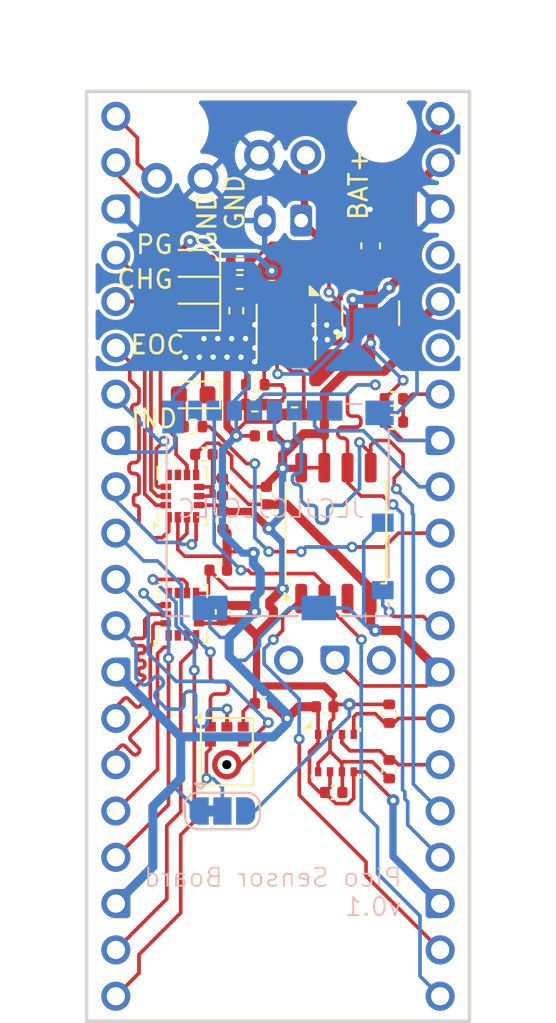
<source format=kicad_pcb>
(kicad_pcb (version 20241229) (generator "pcbnew") (generator_version "9.0")
  (layers (0 "F.Cu" signal) (2 "B.Cu" signal) (13 "F.Paste" user) (15 "B.Paste" user) (5 "F.SilkS" user "F.Silkscreen") (7 "B.SilkS" user "B.Silkscreen") (1 "F.Mask" user) (3 "B.Mask" user) (25 "Edge.Cuts" user))
  (net 0 "")
  (net 1 "GND")
  (net 3 "3v3")
  (net 12 "VSYS")
  (net 13 "VBUS")
  (net 14 "Net-(CHG1-K)")
  (net 15 "VBAT_DIV")
  (net 19 "Net-(JP1-C)")
  (net 20 "/I2S_CLK")
  (net 21 "/I2S_WS")
  (net 22 "/I2S_DATA")
  (net 23 "/ICM_RX_SPI0")
  (net 24 "/ICM_~{SPI0_CSn}")
  (net 25 "/ICM_SCK_SPI0")
  (net 26 "/ICM_INT1")
  (net 27 "/ICM_TX_SPI0")
  (net 28 "/ICM_INT2")
  (net 29 "/LSM_RX_SPI1")
  (net 30 "/LSM_INT1")
  (net 31 "/LSM_INT2")
  (net 32 "/LSM_SCK_SPI1")
  (net 33 "/LSM_~{SPI1_CSn}")
  (net 34 "/LSM_TX_SPI1")
  (net 35 "/VBat")
  (net 36 "/CHG_EOC")
  (net 37 "/~{PG}")
  (net 38 "/CHG_CHARGING")
  (net 39 "/CHG_CURRENT")
  (net 40 "/CHG_THERM")
  (net 41 "/SD_CS")
  (net 42 "/MEM_SPI0_TX")
  (net 43 "/MEM_SPI0_RX")
  (net 44 "/MEM_SPI0_SCK")
  (net 45 "/MEM_~{SPI0_CSn}")
  (net 46 "/SD_DET")
  (net 47 "Net-(IND1-A)")
  (net 48 "/BME280_I2C0_SDA")
  (net 49 "/BME280_I2C0_SCL")
  (net 50 "/SWDIO")
  (net 51 "/SWCLK")
  (net 52 "Net-(A1-GPIO26_ADC0)")
  (net 53 "Net-(A1-GPIO0)")
  (net 54 "Net-(LED_PG1-K)")
  (net 55 "Net-(LED_EOC1-K)")
  (footprint "Capacitor_SMD:C_0402_1005Metric" (layer "F.Cu") (at 5.842 20.32 90)
    (property "Reference" "C1" (hide yes))
    (property "Value" "100 nF")
  )
  (footprint "Package_DFN_QFN:DFN-10-1EP_3x3mm_P0.5mm_EP1.58x2.35mm" (layer "F.Cu") (at 9.33 11.825 -90)
    (property "Reference" "U3" (hide yes))
    (property "Value" "MCP73833-AMI-MF")
  )
  (footprint "Capacitor_SMD:C_0603_1608Metric" (layer "F.Cu") (at 13.97 7.099 90)
    (property "Reference" "C8" (hide yes))
    (property "Value" "4.7uF")
  )
  (footprint "ProjectFootprint:SOT-23_diodes_inc_standard" (layer "F.Cu") (at 13.97 10.795 90)
    (property "Reference" "Q1" (hide yes))
    (property "Value" "DMG2305UX")
  )
  (footprint "Resistor_SMD:R_0402_1005Metric" (layer "F.Cu") (at 15.238 16.764 180)
    (property "Reference" "R8" (hide yes))
    (property "Value" "10k")
  )
  (footprint "Resistor_SMD:R_0402_1005Metric" (layer "F.Cu") (at 6.791892 9.084237)
    (property "Reference" "R3" (hide yes))
    (property "Value" "2500")
  )
  (footprint "Resistor_SMD:R_0402_1005Metric" (layer "F.Cu") (at 9.792827 16.342947)
    (property "Reference" "R10" (hide yes))
    (property "Value" "10k")
  )
  (footprint "Sensor_Audio:InvenSense_ICS-43434-6_3.5x2.65mm" (layer "F.Cu") (at 6.085 34.85)
    (property "Reference" "MK1" (hide yes))
    (property "Value" "ICS-43434")
  )
  (footprint "Capacitor_SMD:C_0402_1005Metric" (layer "F.Cu") (at 8.255 20.8 -90)
    (property "Reference" "C6" (hide yes))
    (property "Value" "100 nF")
  )
  (footprint "Resistor_SMD:R_0402_1005Metric" (layer "F.Cu") (at 14.986 35.812 90)
    (property "Reference" "R1" (hide yes))
    (property "Value" "4.7k")
  )
  (footprint "Capacitor_SMD:C_0402_1005Metric" (layer "F.Cu") (at 11.938 37.084)
    (property "Reference" "C11" (hide yes))
    (property "Value" "100 nF")
  )
  (footprint "LED_SMD:LED_0603_1608Metric" (layer "F.Cu") (at 4.235991 8.06469 180)
    (property "Reference" "LED_PG1" (hide yes))
    (property "Value" "LED_PG")
  )
  (footprint "ProjectFootprint:JST_PH_S2B-PH-K_1x02_P2.00mm_Horizontal_no_silk" (layer "F.Cu") (at 10.16 5.715 180)
    (property "Reference" "J2" (hide yes))
    (property "Value" "JSTHeader")
  )
  (footprint "Capacitor_SMD:C_0402_1005Metric" (layer "F.Cu") (at 11.449351 32.383403)
    (property "Reference" "C9" (hide yes))
    (property "Value" "100 nF")
  )
  (footprint "LED_SMD:LED_0603_1608Metric" (layer "F.Cu") (at 4.239706 9.53799 180)
    (property "Reference" "CHG1" (hide yes))
    (property "Value" "LED_CHG")
  )
  (footprint "Resistor_SMD:R_0402_1005Metric" (layer "F.Cu") (at 6.805528 8.047925)
    (property "Reference" "R4" (hide yes))
    (property "Value" "4347")
  )
  (footprint "ProjectFootprint:PinHeader_1x02_P2.54mm_Vertical_round_no_silk_courtyard" (layer "F.Cu") (at 10.417517 2.13592 -90)
    (property "Reference" "J3" (hide yes))
    (property "Value" "PinHeader" (hide yes))
  )
  (footprint "Resistor_SMD:R_0402_1005Metric" (layer "F.Cu") (at 15.238 15.494)
    (property "Reference" "R7" (hide yes))
    (property "Value" "10k")
  )
  (footprint "ProjectFootprint:LGA-14_3x2.5mm_P0.5mm_tospec" (layer "F.Cu") (at 3.65 27.305 90)
    (property "Reference" "LSM6DSV320X1" (hide yes))
    (property "Value" "LSM6DSV320X1")
  )
  (footprint "Resistor_SMD:R_0402_1005Metric" (layer "F.Cu") (at 4.239706 17.018 180)
    (property "Reference" "R9" (hide yes))
    (property "Value" "137")
  )
  (footprint "Resistor_SMD:R_0402_1005Metric" (layer "F.Cu") (at 7.640654 14.717082)
    (property "Reference" "R6" (hide yes))
    (property "Value" "5k")
  )
  (footprint "Capacitor_SMD:C_0402_1005Metric" (layer "F.Cu") (at 4.8285 18.542)
    (property "Reference" "C3" (hide yes))
    (property "Value" "10nF")
  )
  (footprint "Capacitor_SMD:C_0402_1005Metric" (layer "F.Cu") (at 5.842 27.178 90)
    (property "Reference" "C4" (hide yes))
    (property "Value" "100 nF")
  )
  (footprint "LED_SMD:LED_0603_1608Metric" (layer "F.Cu") (at 4.239706 15.277868 180)
    (property "Reference" "IND1" (hide yes))
    (property "Value" "LED_IND")
  )
  (footprint "Capacitor_SMD:C_0402_1005Metric" (layer "F.Cu") (at 8.1 17.526 180)
    (property "Reference" "C10" (hide yes))
    (property "Value" "100 nF")
  )
  (footprint "Resistor_SMD:R_0402_1005Metric" (layer "F.Cu") (at 14.986 32.764 -90)
    (property "Reference" "R2" (hide yes))
    (property "Value" "4.7k")
  )
  (footprint "Capacitor_SMD:C_0402_1005Metric" (layer "F.Cu") (at 5.872543 22.152396 -90)
    (property "Reference" "C2" (hide yes))
    (property "Value" "2.2uF")
  )
  (footprint "ProjectFootprint:RaspberryPi_Pico_2w_tht" (layer "F.Cu") (at 0 0)
    (property "Reference" "A1" (hide yes))
    (property "Value" "RaspberryPi_Pico_W" (hide yes))
  )
  (footprint "Capacitor_SMD:C_0402_1005Metric" (layer "F.Cu") (at 8.102711 32.207476)
    (property "Reference" "C7" (hide yes))
    (property "Value" "100 nF")
  )
  (footprint "ProjectFootprint:PinHeader_1x02_P2.54mm_Vertical_round_no_silk_courtyard" (layer "F.Cu") (at 4.783 3.407024 -90)
    (property "Reference" "J4" (hide yes))
    (property "Value" "PinHeader")
  )
  (footprint "LED_SMD:LED_0603_1608Metric" (layer "F.Cu") (at 4.235991 11.012901 180)
    (property "Reference" "LED_EOC1" (hide yes))
    (property "Value" "LED_EOC")
  )
  (footprint "Resistor_SMD:R_0402_1005Metric" (layer "F.Cu") (at 7.619282 15.805779)
    (property "Reference" "R11" (hide yes))
    (property "Value" "5k")
  )
  (footprint "Package_LGA:Bosch_LGA-8_2.5x2.5mm_P0.65mm_ClockwisePinNumbering" (layer "F.Cu") (at 12.065 34.925)
    (property "Reference" "U2" (hide yes))
    (property "Value" "BME280")
  )
  (footprint "Capacitor_SMD:C_0402_1005Metric" (layer "F.Cu") (at 5.616 24.892)
    (property "Reference" "C5" (hide yes))
    (property "Value" "100 nF")
  )
  (footprint "Resistor_SMD:R_0402_1005Metric" (layer "F.Cu") (at 6.604 10.666 90)
    (property "Reference" "R5" (hide yes))
    (property "Value" "1500")
  )
  (footprint "ProjectFootprint:LGA-14_3x2.5mm_P0.5mm_tospec" (layer "F.Cu") (at 3.65 20.828 90)
    (property "Reference" "ICM-42688-P1" (hide yes))
    (property "Value" "ICM-42688-P")
  )
  (footprint "Package_SO:SOIC-8_5.3x5.3mm_P1.27mm" (layer "F.Cu") (at 12.065 22.86 90)
    (property "Reference" "U4" (hide yes))
    (property "Value" "MX25L3233FM2")
  )
  (footprint "Connector_Card:microSD_HC_Molex_104031-0811" (layer "B.Cu") (at 8.89 21.59 180)
    (property "Reference" "J1" (hide yes))
    (property "Value" "Micro_SD_Card_Det2")
  )
  (footprint "Jumper:SolderJumper-3_P1.3mm_Bridged12_RoundedPad1.0x1.5mm" (layer "B.Cu") (at 5.842 38.1)
    (property "Reference" "JP1" (hide yes))
    (property "Value" "Channel")
  )
  (gr_rect (start -1.61 -1.37) (end 19.39 49.63) (stroke (width 0.2)) (fill no) (layer "Edge.Cuts"))
  (gr_text "IND" (at 0.740132 17.168788 0) (layer "F.SilkS") (effects (font (size 1 1)) (justify left bottom)))
  (gr_text "GND" (at 5.588 7.366 90) (layer "F.SilkS") (effects (font (size 1 1)) (justify left bottom)))
  (gr_text "CHG" (at -0.021726 9.525013 0) (layer "F.SilkS") (effects (font (size 1 1)) (justify left bottom)))
  (gr_text "GND" (at 7.112 6.35 90) (layer "F.SilkS") (effects (font (size 1 1)) (justify left bottom)))
  (gr_text "EOC" (at 0.712972 13.118048 0) (layer "F.SilkS") (effects (font (size 1 1)) (justify left bottom)))
  (gr_text "PG" (at 1.016 7.62 0) (layer "F.SilkS") (effects (font (size 1 1)) (justify left bottom)))
  (gr_text "BAT+" (at 13.879226 5.787592 90) (layer "F.SilkS") (effects (font (size 1 1)) (justify left bottom)))
  (gr_text "JLCJLCJLCJLC" (at 13.716 22.098 0) (layer "B.SilkS") (effects (font (size 1 1) (thickness 0.1)) (justify left bottom mirror)))
  (gr_text "Pico Sensor Board\nv0.1" (at 15.748 43.942 0) (layer "B.SilkS") (effects (font (size 1 1) (thickness 0.1)) (justify left bottom mirror)))
  (segment (start 8.33 10.3875) (end 8.33 10.88651) (width 0.3) (layer "F.Cu") (net 1))
  (segment (start 5.278 18.505573) (end 5.278 18.542) (width 0.2) (layer "F.Cu") (net 1))
  (segment (start 10.614 34.852) (end 10.614 36.522) (width 0.2) (layer "F.Cu") (net 1))
  (segment (start 10.614 36.522) (end 11.176 37.084) (width 0.2) (layer "F.Cu") (net 1))
  (segment (start 15.202556 37.524285) (end 15.127902 37.524285) (width 0.2) (layer "F.Cu") (net 1))
  (segment (start 5.3085 20.39595) (end 5.231 20.47345) (width 0.2) (layer "F.Cu") (net 1))
  (segment (start 6.096 17.018898) (end 6.603551 17.526449) (width 0.4) (layer "F.Cu") (net 1))
  (segment (start 5.974 26.83) (end 5.842 26.698) (width 0.5) (layer "F.Cu") (net 1))
  (segment (start 10.969351 32.383403) (end 10.034597 32.383403) (width 0.5) (layer "F.Cu") (net 1))
  (segment (start 10.034597 32.383403) (end 9.398 33.02) (width 0.5) (layer "F.Cu") (net 1))
  (segment (start 8.861774 16.764) (end 9.282827 16.342947) (width 0.2) (layer "F.Cu") (net 1))
  (segment (start 5.3085 19.812) (end 5.3085 18.542) (width 0.2) (layer "F.Cu") (net 1))
  (segment (start 7.112 16.764) (end 8.861774 16.764) (width 0.2) (layer "F.Cu") (net 1))
  (segment (start 7.282 21.28) (end 8.255 21.28) (width 0.2) (layer "F.Cu") (net 1))
  (segment (start 13.97 26.4475) (end 13.97 25.908) (width 0.5) (layer "F.Cu") (net 1))
  (segment (start 13.937653 6.291653) (end 13.97 6.324) (width 0.5) (layer "F.Cu") (net 1))
  (segment (start 7.108276 15.611912) (end 7.108276 14.636283) (width 0.2) (layer "F.Cu") (net 1))
  (segment (start 5.3085 20.352348) (end 5.3085 20.39595) (width 0.2) (layer "F.Cu") (net 1))
  (segment (start 4.718348 13.208) (end 4.572 13.208) (width 0.2) (layer "F.Cu") (net 1))
  (segment (start 5.3085 20.352348) (end 5.3085 20.32) (width 0.2) (layer "F.Cu") (net 1))
  (segment (start 6.603551 17.526449) (end 6.603551 17.272449) (width 0.2) (layer "F.Cu") (net 1))
  (segment (start 8.582711 32.207476) (end 8.585476 32.207476) (width 0.5) (layer "F.Cu") (net 1))
  (segment (start 6.096 23.876) (end 7.460498 23.876) (width 0.2) (layer "F.Cu") (net 1))
  (segment (start 6.096 24.892) (end 6.096 23.876) (width 0.5) (layer "F.Cu") (net 1))
  (segment (start 13.656283 35.95) (end 13.04 35.95) (width 0.2) (layer "F.Cu") (net 1))
  (segment (start 11.09 33.9) (end 11.09 34.376) (width 0.2) (layer "F.Cu") (net 1))
  (segment (start 5.235 27.305) (end 5.842 26.698) (width 0.2) (layer "F.Cu") (net 1))
  (segment (start 15.494 28.194) (end 14.224 28.194) (width 0.5) (layer "F.Cu") (net 1))
  (segment (start 13.937653 5.099495) (end 13.937653 6.291653) (width 0.5) (layer "F.Cu") (net 1))
  (segment (start 9.398 33.063281) (end 7.26064 35.20064) (width 0.2) (layer "F.Cu") (net 1))
  (segment (start 3.4 21.9905) (end 3.4 23.368) (width 0.2) (layer "F.Cu") (net 1))
  (segment (start 7.460498 23.876) (end 7.540249 23.955751) (width 0.2) (layer "F.Cu") (net 1))
  (segment (start 5.3085 20.32) (end 5.3085 20.339276) (width 0.2) (layer "F.Cu") (net 1))
  (segment (start 9.342 21.28) (end 8.255 21.28) (width 0.5) (layer "F.Cu") (net 1))
  (segment (start 11.74 35.95) (end 11.74 36.802) (width 0.2) (layer "F.Cu") (net 1))
  (segment (start 6.096 23.876) (end 6.096 22.855853) (width 0.5) (layer "F.Cu") (net 1))
  (segment (start 5.842 19.84) (end 7.282 21.28) (width 0.2) (layer "F.Cu") (net 1))
  (segment (start 7.112 16.764) (end 7.109282 16.761282) (width 0.2) (layer "F.Cu") (net 1))
  (segment (start 11.176 37.084) (end 11.458 37.084) (width 0.2) (layer "F.Cu") (net 1))
  (segment (start 7.130654 13.951346) (end 7.130654 14.717082) (width 0.2) (layer "F.Cu") (net 1))
  (segment (start 7.108276 14.636283) (end 7.112 14.632559) (width 0.2) (layer "F.Cu") (net 1))
  (segment (start 3.772 24.13) (end 5.842 24.13) (width 0.2) (layer "F.Cu") (net 1))
  (segment (start 11.09 34.376) (end 10.614 34.852) (width 0.2) (layer "F.Cu") (net 1))
  (segment (start 7.111551 17.526449) (end 7.112 17.526) (width 0.2) (layer "F.Cu") (net 1))
  (segment (start 6.096 13.208) (end 6.096 17.018898) (width 0.4) (layer "F.Cu") (net 1))
  (segment (start 17.78 30.48) (end 15.494 28.194) (width 0.5) (layer "F.Cu") (net 1))
  (segment (start 4.754481 13.244133) (end 4.718348 13.208) (width 0.2) (layer "F.Cu") (net 1))
  (segment (start 5.231 20.47345) (end 5.231 20.828) (width 0.2) (layer "F.Cu") (net 1))
  (segment (start 5.3085 20.32) (end 5.3085 19.812) (width 0.2) (layer "F.Cu") (net 1))
  (segment (start 11.09 32.504052) (end 10.969351 32.383403) (width 0.2) (layer "F.Cu") (net 1))
  (segment (start 5.707 26.805) (end 5.842 26.67) (width 0.3) (layer "F.Cu") (net 1))
  (segment (start 6.898515 35.56) (end 6.732815 35.7257) (width 0.2) (layer "F.Cu") (net 1))
  (segment (start 5.284152 20.328) (end 4.5625 20.328) (width 0.2) (layer "F.Cu") (net 1))
  (segment (start 5.231 20.828) (end 4.5625 20.828) (width 0.2) (layer "F.Cu") (net 1))
  (segment (start 15.127902 37.524285) (end 15.029489 37.425872) (width 0.2) (layer "F.Cu") (net 1))
  (segment (start 5.842 24.13) (end 6.096 23.876) (width 0.2) (layer "F.Cu") (net 1))
  (segment (start 3.9 21.9905) (end 3.9 22.868) (width 0.2) (layer "F.Cu") (net 1))
  (segment (start 14.728 16.764) (end 15.744 17.78) (width 0.2) (layer "F.Cu") (net 1))
  (segment (start 13.97 25.908) (end 11.43 23.368) (width 0.5) (layer "F.Cu") (net 1))
  (segment (start 8.585476 32.207476) (end 9.398 33.02) (width 0.5) (layer "F.Cu") (net 1))
  (segment (start 7.62 27.178) (end 7.272 26.83) (width 0.5) (layer "F.Cu") (net 1))
  (segment (start 15.029489 37.323206) (end 13.656283 35.95) (width 0.2) (layer "F.Cu") (net 1))
  (segment (start 9.398 33.02) (end 9.398 33.063281) (width 0.2) (layer "F.Cu") (net 1))
  (segment (start 3.4 23.758) (end 3.772 24.13) (width 0.2) (layer "F.Cu") (net 1))
  (segment (start 3.9 22.868) (end 3.4 23.368) (width 0.2) (layer "F.Cu") (net 1))
  (segment (start 12.0141 29.83) (end 13.4261 31.242) (width 0.2) (layer "F.Cu") (net 1))
  (segment (start 7.112 17.526) (end 7.62 17.526) (width 0.2) (layer "F.Cu") (net 1))
  (segment (start 8.33 10.88651) (end 9.26849 11.825) (width 0.3) (layer "F.Cu") (net 1))
  (segment (start 13.04 37.39955) (end 13.04 35.95) (width 0.2) (layer "F.Cu") (net 1))
  (segment (start 9.26849 11.825) (end 9.33 11.825) (width 0.3) (layer "F.Cu") (net 1))
  (segment (start 4.754481 13.609095) (end 4.754481 13.244133) (width 0.2) (layer "F.Cu") (net 1))
  (segment (start 12.069 37.695) (end 12.74455 37.695) (width 0.2) (layer "F.Cu") (net 1))
  (segment (start 4.763976 13.61859) (end 4.754481 13.609095) (width 0.2) (layer "F.Cu") (net 1))
  (segment (start 15.029489 37.425872) (end 15.029489 37.323206) (width 0.2) (layer "F.Cu") (net 1))
  (segment (start 5.3085 20.352348) (end 5.284152 20.328) (width 0.2) (layer "F.Cu") (net 1))
  (segment (start 6.096 22.855853) (end 5.872543 22.632396) (width 0.5) (layer "F.Cu") (net 1))
  (segment (start 13.97 27.94) (end 14.224 28.194) (width 0.5) (layer "F.Cu") (net 1))
  (segment (start 12.74455 37.695) (end 13.04 37.39955) (width 0.2) (layer "F.Cu") (net 1))
  (segment (start 11.458 37.084) (end 12.069 37.695) (width 0.2) (layer "F.Cu") (net 1))
  (segment (start 7.62 13.462) (end 7.130654 13.951346) (width 0.2) (layer "F.Cu") (net 1))
  (segment (start 13.97 26.4475) (end 13.97 27.94) (width 0.5) (layer "F.Cu") (net 1))
  (segment (start 4.763976 15.277868) (end 4.763976 13.61859) (width 0.2) (layer "F.Cu") (net 1))
  (segment (start 6.901281 35.56) (end 7.26064 35.20064) (width 0.2) (layer "F.Cu") (net 1))
  (segment (start 6.603551 17.526449) (end 7.111551 17.526449) (width 0.2) (layer "F.Cu") (net 1))
  (segment (start 17.018 31.242) (end 17.78 30.48) (width 0.2) (layer "F.Cu") (net 1))
  (segment (start 5.842 19.84) (end 5.3365 19.84) (width 0.2) (layer "F.Cu") (net 1))
  (segment (start 7.272 26.83) (end 5.974 26.83) (width 0.5) (layer "F.Cu") (net 1))
  (segment (start 9.398 33.274) (end 9.398 33.02) (width 0.2) (layer "F.Cu") (net 1))
  (segment (start 13.4261 31.242) (end 17.018 31.242) (width 0.2) (layer "F.Cu") (net 1))
  (segment (start 6.901281 35.56) (end 6.898515 35.56) (width 0.2) (layer "F.Cu") (net 1))
  (segment (start 6.603551 17.272449) (end 7.112 16.764) (width 0.2) (layer "F.Cu") (net 1))
  (segment (start 6.901281 35.56) (end 6.7475 35.56) (width 0.2) (layer "F.Cu") (net 1))
  (segment (start 5.735 26.805) (end 5.842 26.698) (width 0.2) (layer "F.Cu") (net 1))
  (segment (start 3.4 23.368) (end 3.4 23.758) (width 0.2) (layer "F.Cu") (net 1))
  (segment (start 5.3365 19.84) (end 5.3085 19.812) (width 0.2) (layer "F.Cu") (net 1))
  (segment (start 11.43 23.368) (end 9.342 21.28) (width 0.5) (layer "F.Cu") (net 1))
  (segment (start 4.5625 27.305) (end 5.235 27.305) (width 0.2) (layer "F.Cu") (net 1))
  (segment (start 11.09 33.9) (end 11.09 32.504052) (width 0.2) (layer "F.Cu") (net 1))
  (segment (start 11.74 36.802) (end 11.458 37.084) (width 0.2) (layer "F.Cu") (net 1))
  (segment (start 7.109282 16.761282) (end 7.109282 15.805779) (width 0.2) (layer "F.Cu") (net 1))
  (segment (start 4.5625 26.805) (end 5.735 26.805) (width 0.2) (layer "F.Cu") (net 1))
  (segment (start 15.744 17.78) (end 17.78 17.78) (width 0.2) (layer "F.Cu") (net 1))
  (via (at 7.62 27.178) (size 0.7) (drill 0.3) (layers "F.Cu" "B.Cu") (net 1))
  (via (at 7.62 11.43) (size 0.6) (drill 0.3) (layers "F.Cu" "B.Cu") (net 1))
  (via (at 7.62 13.462) (size 0.7) (drill 0.3) (layers "F.Cu" "B.Cu") (net 1))
  (via (at 5.334 13.208) (size 0.6) (drill 0.3) (layers "F.Cu" "B.Cu") (net 1))
  (via (at 13.937653 5.099495) (size 0.7) (drill 0.3) (layers "F.Cu" "B.Cu") (net 1))
  (via (at 6.858 13.208) (size 0.6) (drill 0.3) (layers "F.Cu" "B.Cu") (net 1))
  (via (at 6.603551 17.526449) (size 0.7) (drill 0.3) (layers "F.Cu" "B.Cu") (net 1))
  (via (at 7.62 12.7) (size 0.6) (drill 0.3) (layers "F.Cu" "B.Cu") (net 1))
  (via (at 10.867992 11.437987) (size 0.6) (drill 0.3) (layers "F.Cu" "B.Cu") (net 1))
  (via (at 6.096 13.208) (size 0.6) (drill 0.3) (layers "F.Cu" "B.Cu") (net 1))
  (via (at 7.540249 23.955751) (size 0.7) (drill 0.3) (layers "F.Cu" "B.Cu") (net 1))
  (via (at 11.60001 12.250007) (size 0.6) (drill 0.3) (layers "F.Cu" "B.Cu") (net 1))
  (via (at 3.81 13.208) (size 0.6) (drill 0.3) (layers "F.Cu" "B.Cu") (net 1))
  (via (at 15.202556 37.524285) (size 0.7) (drill 0.3) (layers "F.Cu" "B.Cu") (net 1))
  (via (at 10.922 12.192) (size 0.6) (drill 0.3) (layers "F.Cu" "B.Cu") (net 1))
  (via (at 11.564009 11.445987) (size 0.6) (drill 0.3) (layers "F.Cu" "B.Cu") (net 1))
  (via (at 14.224 28.194) (size 0.7) (drill 0.3) (layers "F.Cu" "B.Cu") (net 1))
  (via (at 4.572 13.208) (size 0.6) (drill 0.3) (layers "F.Cu" "B.Cu") (net 1))
  (via (at 12.063971 11.833997) (size 0.6) (drill 0.3) (layers "F.Cu" "B.Cu") (net 1))
  (via (at 5.588 12.192) (size 0.6) (drill 0.3) (layers "F.Cu" "B.Cu") (net 1))
  (via (at 7.112 12.192) (size 0.6) (drill 0.3) (layers "F.Cu" "B.Cu") (net 1))
  (via (at 4.826 12.192) (size 0.6) (drill 0.3) (layers "F.Cu" "B.Cu") (net 1))
  (via (at 9.398 33.02) (size 0.7) (drill 0.3) (layers "F.Cu" "B.Cu") (net 1))
  (via (at 6.35 12.192) (size 0.6) (drill 0.3) (layers "F.Cu" "B.Cu") (net 1))
  (segment (start 15.494 17.78) (end 14.455 16.741) (width 0.2) (layer "B.Cu") (net 1))
  (segment (start 3.556 36.322) (end 3.175 36.703) (width 0.5) (layer "B.Cu") (net 1))
  (segment (start 7.874 28.614057) (end 7.874 29.052464) (width 0.2) (layer "B.Cu") (net 1))
  (segment (start 3.135 15.39) (end 3.135 16.49) (width 0.2) (layer "B.Cu") (net 1))
  (segment (start 15.202556 37.524285) (end 15.195617 37.531224) (width 0.4) (layer "B.Cu") (net 1))
  (segment (start 15.43 16.265) (end 16.51 15.185) (width 0.2) (layer "B.Cu") (net 1))
  (segment (start 7.075771 12.736229) (end 7.075771 14.006229) (width 0.2) (layer "B.Cu") (net 1))
  (segment (start 13.97 27.94) (end 14.224 28.194) (width 0.2) (layer "B.Cu") (net 1))
  (segment (start 7.913 24.931) (end 7.540249 24.558249) (width 0.5) (layer "B.Cu") (net 1))
  (segment (start 7.540249 24.558249) (end 7.540249 23.955751) (width 0.5) (layer "B.Cu") (net 1))
  (segment (start 7.540249 23.955751) (end 6.937751 23.955751) (width 0.4) (layer "B.Cu") (net 1))
  (segment (start 13.589 27.813) (end 13.716 27.94) (width 0.2) (layer "B.Cu") (net 1))
  (segment (start 6.212985 29.622255) (end 9.398 32.80727) (width 0.5) (layer "B.Cu") (net 1))
  (segment (start 6.603551 17.526449) (end 6.603551 16.248551) (width 0.2) (layer "B.Cu") (net 1))
  (segment (start 6.495 16.14) (end 6.495 15.603) (width 0.2) (layer "B.Cu") (net 1))
  (segment (start 7.62 27.178) (end 7.62 26.338825) (width 0.5) (layer "B.Cu") (net 1))
  (segment (start 3.556 34.036) (end 0 30.48) (width 0.5) (layer "B.Cu") (net 1))
  (segment (start 14.455 16.741) (end 14.455 16.265) (width 0.2) (layer "B.Cu") (net 1))
  (segment (start 2.032 41.148) (end 0 43.18) (width 0.5) (layer "B.Cu") (net 1))
  (segment (start 4.766 38.354) (end 3.175 36.763) (width 0.2) (layer "B.Cu") (net 1))
  (segment (start 5.842 22.86) (end 5.842 18.288) (width 0.4) (layer "B.Cu") (net 1))
  (segment (start 7.913 26.045825) (end 7.913 24.931) (width 0.5) (layer "B.Cu") (net 1))
  (segment (start 6.603551 17.526449) (end 6.3506 17.7794) (width 0.2) (layer "B.Cu") (net 1))
  (segment (start 13.589 23.331) (end 13.589 27.813) (width 0.2) (layer "B.Cu") (net 1))
  (segment (start 9.398 32.80727) (end 9.398 33.02) (width 0.5) (layer "B.Cu") (net 1))
  (segment (start 11.13 26.965) (end 12.741 26.965) (width 0.2) (layer "B.Cu") (net 1))
  (segment (start 14.455 16.265) (end 15.43 16.265) (width 0.2) (layer "B.Cu") (net 1))
  (segment (start 9.398 33.274) (end 9.398 33.02) (width 0.5) (layer "B.Cu") (net 1))
  (segment (start 5.16 28.02) (end 5.725015 28.585015) (width 0.2) (layer "B.Cu") (net 1))
  (segment (start 2.878943 18.418002) (end 3.231 18.065945) (width 0.2) (layer "B.Cu") (net 1))
  (segment (start 13.716 27.94) (end 13.97 27.94) (width 0.2) (layer "B.Cu") (net 1))
  (segment (start 15.195617 37.531224) (end 15.195617 40.595617) (width 0.4) (layer "B.Cu") (net 1))
  (segment (start 6.946543 13.877) (end 4.648 13.877) (width 0.2) (layer "B.Cu") (net 1))
  (segment (start 6.422423 29.831693) (end 6.212985 29.622255) (width 0.2) (layer "B.Cu") (net 1))
  (segment (start 2.032 37.846) (end 2.032 41.148) (width 0.5) (layer "B.Cu") (net 1))
  (segment (start 9.523057 26.965) (end 7.874 28.614057) (width 0.2) (layer "B.Cu") (net 1))
  (segment (start 7.094771 29.831693) (end 6.422423 29.831693) (width 0.2) (layer "B.Cu") (net 1))
  (segment (start 3.135 16.49) (end 3.135 16.977656) (width 0.2) (layer "B.Cu") (net 1))
  (segment (start 3.231 18.065945) (end 3.231 16.586) (width 0.2) (layer "B.Cu") (net 1))
  (segment (start 7.075771 14.006229) (end 6.946543 13.877) (width 0.2) (layer "B.Cu") (net 1))
  (segment (start 7.2986 14.229057) (end 7.075771 14.006229) (width 0.2) (layer "B.Cu") (net 1))
  (segment (start 16.51 15.185) (end 16.51 13.716) (width 0.2) (layer "B.Cu") (net 1))
  (segment (start 15.195617 40.595617) (end 17.78 43.18) (width 0.4) (layer "B.Cu") (net 1))
  (segment (start 6.603551 16.248551) (end 6.495 16.14) (width 0.2) (layer "B.Cu") (net 1))
  (segment (start 3.175 36.763) (end 3.175 36.703) (width 0.2) (layer "B.Cu") (net 1))
  (segment (start 7.112 12.7) (end 7.075771 12.736229) (width 0.2) (layer "B.Cu") (net 1))
  (segment (start 7.2986 14.7994) (end 7.2986 14.229057) (width 0.2) (layer "B.Cu") (net 1))
  (segment (start 7.874 29.052464) (end 7.094771 29.831693) (width 0.2) (layer "B.Cu") (net 1))
  (segment (start 6.495 15.603) (end 7.2986 14.7994) (width 0.2) (layer "B.Cu") (net 1))
  (segment (start 14.63 22.29) (end 13.589 23.331) (width 0.2) (layer "B.Cu") (net 1))
  (segment (start 6.212985 28.585015) (end 6.212985 29.622255) (width 0.5) (layer "B.Cu") (net 1))
  (segment (start 3.556 34.036) (end 3.556 36.322) (width 0.5) (layer "B.Cu") (net 1))
  (segment (start 5.16 26.965) (end 5.16 28.02) (width 0.2) (layer "B.Cu") (net 1))
  (segment (start 7.62 13.462) (end 7.62 12.7) (width 0.2) (layer "B.Cu") (net 1))
  (segment (start 0.638002 18.418002) (end 2.878943 18.418002) (width 0.2) (layer "B.Cu") (net 1))
  (segment (start 5.842 18.288) (end 6.3506 17.7794) (width 0.4) (layer "B.Cu") (net 1))
  (segment (start 0 17.78) (end 0.638002 18.418002) (width 0.2) (layer "B.Cu") (net 1))
  (segment (start 7.62 26.338825) (end 7.913 26.045825) (width 0.5) (layer "B.Cu") (net 1))
  (segment (start 7.62 27.178) (end 6.212985 28.585015) (width 0.5) (layer "B.Cu") (net 1))
  (segment (start 11.13 26.965) (end 9.523057 26.965) (width 0.2) (layer "B.Cu") (net 1))
  (segment (start 0 43.18) (end 0 43.133925) (width 0.5) (layer "B.Cu") (net 1))
  (segment (start 4.648 13.877) (end 3.135 15.39) (width 0.2) (layer "B.Cu") (net 1))
  (segment (start 8.636 34.036) (end 9.398 33.274) (width 0.5) (layer "B.Cu") (net 1))
  (segment (start 3.556 34.036) (end 8.636 34.036) (width 0.5) (layer "B.Cu") (net 1))
  (segment (start 5.725015 28.585015) (end 6.212985 28.585015) (width 0.2) (layer "B.Cu") (net 1))
  (segment (start 7.62 12.7) (end 7.112 12.7) (width 0.2) (layer "B.Cu") (net 1))
  (segment (start 12.741 26.965) (end 13.589 27.813) (width 0.2) (layer "B.Cu") (net 1))
  (segment (start 3.231 16.586) (end 3.135 16.49) (width 0.2) (layer "B.Cu") (net 1))
  (segment (start 3.175 36.703) (end 2.032 37.846) (width 0.5) (layer "B.Cu") (net 1))
  (segment (start 6.937751 23.955751) (end 5.842 22.86) (width 0.4) (layer "B.Cu") (net 1))
  (segment (start 17.78 17.78) (end 15.494 17.78) (width 0.2) (layer "B.Cu") (net 1))
  (segment (start 10.16 19.2725) (end 11.43 19.2725) (width 0.2) (layer "F.Cu") (net 3))
  (segment (start 12.642925 13.981) (end 11.43 15.193925) (width 0.5) (layer "F.Cu") (net 3))
  (segment (start 11.938 31.75) (end 11.43 31.242) (width 0.4) (layer "F.Cu") (net 3))
  (segment (start 14.063 35.399) (end 12.464 35.399) (width 0.2) (layer "F.Cu") (net 3))
  (segment (start 11.938 33.02) (end 11.929351 33.011351) (width 0.2) (layer "F.Cu") (net 3))
  (segment (start 14.721 13.981) (end 16.002 12.7) (width 0.5) (layer "F.Cu") (net 3))
  (segment (start 16.002 11.938) (end 17.78 10.16) (width 0.5) (layer "F.Cu") (net 3))
  (segment (start 4.9595 17.931) (end 5.63505 17.931) (width 0.2) (layer "F.Cu") (net 3))
  (segment (start 9.162077 18.542) (end 9.144 18.542) (width 0.5) (layer "F.Cu") (net 3))
  (segment (start 5.842 20.8) (end 5.842 21.618) (width 0.2) (layer "F.Cu") (net 3))
  (segment (start 8.382 22.606) (end 7.448396 21.672396) (width 0.4) (layer "F.Cu") (net 3))
  (segment (start 11.314 17.41) (end 10.294077 17.41) (width 0.5) (layer "F.Cu") (net 3))
  (segment (start 8.89 17.526) (end 9.398 18.034) (width 0.2) (layer "F.Cu") (net 3))
  (segment (start 6.985 32.639) (end 7.416524 32.207476) (width 0.2) (layer "F.Cu") (net 3))
  (segment (start 10.294077 17.41) (end 9.534039 18.170039) (width 0.5) (layer "F.Cu") (net 3))
  (segment (start 6.985 33.486) (end 6.985 32.639) (width 0.2) (layer "F.Cu") (net 3))
  (segment (start 11.929351 33.011351) (end 11.929351 32.383403) (width 0.2) (layer "F.Cu") (net 3))
  (segment (start 11.74 34.823) (end 12.39 35.473) (width 0.2) (layer "F.Cu") (net 3))
  (segment (start 5.63505 17.931) (end 6.35 18.64595) (width 0.2) (layer "F.Cu") (net 3))
  (segment (start 11.929351 31.758649) (end 11.938 31.75) (width 0.2) (layer "F.Cu") (net 3))
  (segment (start 5.552 21.328) (end 5.842 21.618) (width 0.2) (layer "F.Cu") (net 3))
  (segment (start 8.636 27.061214) (end 8.636 27.56397) (width 0.5) (layer "F.Cu") (net 3))
  (segment (start 14.721 13.981) (end 12.642925 13.981) (width 0.5) (layer "F.Cu") (net 3))
  (segment (start 12.418 37.084) (end 12.418 35.978) (width 0.2) (layer "F.Cu") (net 3))
  (segment (start 7.713985 31.242) (end 7.622711 31.333274) (width 0.2) (layer "F.Cu") (net 3))
  (segment (start 4.3485 18.542) (end 4.4 18.5935) (width 0.2) (layer "F.Cu") (net 3))
  (segment (start 5.08 26.162) (end 4.4195 26.162) (width 0.2) (layer "F.Cu") (net 3))
  (segment (start 6.137134 25.893134) (end 9.129134 25.893134) (width 0.2) (layer "F.Cu") (net 3))
  (segment (start 11.929351 32.383403) (end 11.929351 31.758649) (width 0.2) (layer "F.Cu") (net 3))
  (segment (start 9.144 18.542) (end 9.144 19.304) (width 0.5) (layer "F.Cu") (net 3))
  (segment (start 6.858 27.63) (end 7.713985 28.485985) (width 0.5) (layer "F.Cu") (net 3))
  (segment (start 8.440393 26.865607) (end 8.440393 26.611607) (width 0.5) (layer "F.Cu") (net 3))
  (segment (start 12.464 35.399) (end 12.39 35.473) (width 0.2) (layer "F.Cu") (net 3))
  (segment (start 5.136 24.892) (end 5.08 24.948) (width 0.2) (layer "F.Cu") (net 3))
  (segment (start 11.43 31.242) (end 7.713985 31.242) (width 0.4) (layer "F.Cu") (net 3))
  (segment (start 10.1285 19.304) (end 10.16 19.2725) (width 0.2) (layer "F.Cu") (net 3))
  (segment (start 14.986 32.254) (end 12.058754 32.254) (width 0.2) (layer "F.Cu") (net 3))
  (segment (start 7.416524 32.207476) (end 7.622711 32.207476) (width 0.2) (layer "F.Cu") (net 3))
  (segment (start 9.398 18.034) (end 9.534039 18.170039) (width 0.2) (layer "F.Cu") (net 3))
  (segment (start 8.636 27.56397) (end 7.713985 28.485985) (width 0.5) (layer "F.Cu") (net 3))
  (segment (start 16.002 12.7) (end 16.002 11.938) (width 0.5) (layer "F.Cu") (net 3))
  (segment (start 8.255 20.32) (end 8.255 20.193) (width 0.4) (layer "F.Cu") (net 3))
  (segment (start 11.43 15.193925) (end 11.43 17.526) (width 0.5) (layer "F.Cu") (net 3))
  (segment (start 8.255 20.193) (end 9.144 19.304) (width 0.4) (layer "F.Cu") (net 3))
  (segment (start 7.366 20.32) (end 8.255 20.32) (width 0.2) (layer "F.Cu") (net 3))
  (segment (start 11.74 33.9) (end 11.74 34.823) (width 0.2) (layer "F.Cu") (net 3))
  (segment (start 6.858 27.63) (end 5.842 27.63) (width 0.5) (layer "F.Cu") (net 3))
  (segment (start 11.09 35.95) (end 11.09 35.473) (width 0.2) (layer "F.Cu") (net 3))
  (segment (start 6.35 19.304) (end 7.366 20.32) (width 0.2) (layer "F.Cu") (net 3))
  (segment (start 4.4 18.5935) (end 4.4 19.6655) (width 0.2) (layer "F.Cu") (net 3))
  (segment (start 7.622711 31.333274) (end 7.622711 32.207476) (width 0.2) (layer "F.Cu") (net 3))
  (segment (start 8.58 17.526) (end 8.89 17.526) (width 0.2) (layer "F.Cu") (net 3))
  (segment (start 5.967622 21.577317) (end 5.872543 21.672396) (width 0.2) (layer "F.Cu") (net 3))
  (segment (start 9.129134 25.893134) (end 9.144 25.908) (width 0.2) (layer "F.Cu") (net 3))
  (segment (start 11.09 35.473) (end 11.74 34.823) (width 0.2) (layer "F.Cu") (net 3))
  (segment (start 4.306 18.7515) (end 4.432 18.6255) (width 0.2) (layer "F.Cu") (net 3))
  (segment (start 14.986 36.322) (end 14.063 35.399) (width 0.2) (layer "F.Cu") (net 3))
  (segment (start 11.74 33.218) (end 11.938 33.02) (width 0.2) (layer "F.Cu") (net 3))
  (segment (start 7.713985 31.242) (end 7.713985 28.485985) (width 0.4) (layer "F.Cu") (net 3))
  (segment (start 8.440393 26.865607) (end 8.636 27.061214) (width 0.5) (layer "F.Cu") (net 3))
  (segment (start 5.136 24.892) (end 6.137134 25.893134) (width 0.2) (layer "F.Cu") (net 3))
  (segment (start 11.43 17.526) (end 11.314 17.41) (width 0.5) (layer "F.Cu") (net 3))
  (segment (start 4.7225 27.805) (end 5.667 27.805) (width 0.2) (layer "F.Cu") (net 3))
  (segment (start 12.418 35.978) (end 12.39 35.95) (width 0.2) (layer "F.Cu") (net 3))
  (segment (start 12.39 35.473) (end 12.39 35.95) (width 0.2) (layer "F.Cu") (net 3))
  (segment (start 7.448396 21.672396) (end 5.872543 21.672396) (width 0.4) (layer "F.Cu") (net 3))
  (segment (start 9.144 19.304) (end 10.1285 19.304) (width 0.4) (layer "F.Cu") (net 3))
  (segment (start 9.534039 18.170039) (end 9.162077 18.542) (width 0.5) (layer "F.Cu") (net 3))
  (segment (start 4.4195 26.162) (end 4.4 26.1425) (width 0.2) (layer "F.Cu") (net 3))
  (segment (start 6.35 18.64595) (end 6.35 19.304) (width 0.2) (layer "F.Cu") (net 3))
  (segment (start 11.43 17.526) (end 11.43 19.2725) (width 0.2) (layer "F.Cu") (net 3))
  (segment (start 4.3485 18.542) (end 4.9595 17.931) (width 0.2) (layer "F.Cu") (net 3))
  (segment (start 4.4685 21.328) (end 5.552 21.328) (width 0.2) (layer "F.Cu") (net 3))
  (segment (start 11.74 33.9) (end 11.74 33.218) (width 0.2) (layer "F.Cu") (net 3))
  (segment (start 5.08 24.948) (end 5.08 26.162) (width 0.2) (layer "F.Cu") (net 3))
  (segment (start 5.667 27.805) (end 5.842 27.63) (width 0.2) (layer "F.Cu") (net 3))
  (segment (start 8.440393 26.611607) (end 9.144 25.908) (width 0.5) (layer "F.Cu") (net 3))
  (via (at 9.144 25.908) (size 0.7) (drill 0.3) (layers "F.Cu" "B.Cu") (net 3))
  (via (at 8.382 22.606) (size 0.7) (drill 0.3) (layers "F.Cu" "B.Cu") (net 3))
  (via (at 12.8031 32.254) (size 0.7) (drill 0.3) (layers "F.Cu" "B.Cu") (net 3))
  (via (at 9.144 19.304) (size 0.7) (drill 0.3) (layers "F.Cu" "B.Cu") (net 3))
  (via (at 9.398 18.034) (size 0.6) (drill 0.3) (layers "F.Cu" "B.Cu") (net 3))
  (segment (start 7.366 38.354) (end 9.906 35.814) (width 0.2) (layer "B.Cu") (net 3))
  (segment (start 8.89 17.78) (end 8.695 17.585) (width 0.2) (layer "B.Cu") (net 3))
  (segment (start 9.144 21.844) (end 8.382 22.606) (width 0.4) (layer "B.Cu") (net 3))
  (segment (start 8.695 17.585) (end 8.695 16.14) (width 0.2) (layer "B.Cu") (net 3))
  (segment (start 12.8031 32.9169) (end 12.8031 32.254) (width 0.2) (layer "B.Cu") (net 3))
  (segment (start 11.303 34.417) (end 12.8031 32.9169) (width 0.2) (layer "B.Cu") (net 3))
  (segment (start 9.144 19.304) (end 9.144 21.844) (width 0.4) (layer "B.Cu") (net 3))
  (segment (start 9.144 23.368) (end 9.144 25.908) (width 0.4) (layer "B.Cu") (net 3))
  (segment (start 8.382 22.606) (end 9.144 23.368) (width 0.4) (layer "B.Cu") (net 3))
  (segment (start 9.144 18.034) (end 8.89 17.78) (width 0.2) (layer "B.Cu") (net 3))
  (segment (start 9.906 35.814) (end 11.303 34.417) (width 0.2) (layer "B.Cu") (net 3))
  (segment (start 9.144 18.034) (end 9.144 19.304) (width 0.2) (layer "B.Cu") (net 3))
  (segment (start 14.92 10.988) (end 14.92 11.7325) (width 0.5) (layer "F.Cu") (net 12))
  (segment (start 17.78 2.54) (end 16.256 4.064) (width 0.5) (layer "F.Cu") (net 12))
  (segment (start 16.256 4.064) (end 16.256 9.652) (width 0.5) (layer "F.Cu") (net 12))
  (segment (start 16.256 9.652) (end 14.92 10.988) (width 0.5) (layer "F.Cu") (net 12))
  (segment (start 3.302 10.668) (end 3.302 9.444) (width 0.2) (layer "F.Cu") (net 13))
  (segment (start 15.494 2.894953) (end 17.78 0.608953) (width 0.5) (layer "F.Cu") (net 13))
  (segment (start 17.78 0) (end 17.78 0.411263) (width 0.4) (layer "F.Cu") (net 13))
  (segment (start 3.302 9.444) (end 3.348 9.398) (width 0.2) (layer "F.Cu") (net 13))
  (segment (start 4.064 6.858) (end 3.448491 7.473509) (width 0.3) (layer "F.Cu") (net 13))
  (segment (start 9.83 9.754292) (end 9.83 10.3875) (width 0.3) (layer "F.Cu") (net 13))
  (segment (start 10.33 10.3875) (end 10.633233 10.690733) (width 0.3) (layer "F.Cu") (net 13))
  (segment (start 12.04821 10.690733) (end 13.02 11.662523) (width 0.5) (layer "F.Cu") (net 13))
  (segment (start 17.78 0.608953) (end 17.78 0.411263) (width 0.5) (layer "F.Cu") (net 13))
  (segment (start 13.02 11.662523) (end 13.02 11.7325) (width 0.3) (layer "F.Cu") (net 13))
  (segment (start 13.02 10.073341) (end 12.988527 10.041868) (width 0.4) (layer "F.Cu") (net 13))
  (segment (start 8.546854 8.471146) (end 9.83 9.754292) (width 0.3) (layer "F.Cu") (net 13))
  (segment (start 9.83 10.3875) (end 10.33 10.3875) (width 0.3) (layer "F.Cu") (net 13))
  (segment (start 3.348 9.398) (end 3.348 8.174) (width 0.2) (layer "F.Cu") (net 13))
  (segment (start 13.02 11.7325) (end 13.02 10.073341) (width 0.5) (layer "F.Cu") (net 13))
  (segment (start 3.448491 7.473509) (end 3.448491 8.06469) (width 0.3) (layer "F.Cu") (net 13))
  (segment (start 3.302 7.808001) (end 3.302 8.128) (width 0.3) (layer "F.Cu") (net 13))
  (segment (start 15.494 8.89) (end 15.494 2.894953) (width 0.5) (layer "F.Cu") (net 13))
  (segment (start 3.348 8.174) (end 3.302 8.128) (width 0.2) (layer "F.Cu") (net 13))
  (segment (start 14.986 9.398) (end 15.494 8.89) (width 0.5) (layer "F.Cu") (net 13))
  (segment (start 10.633233 10.690733) (end 12.04821 10.690733) (width 0.3) (layer "F.Cu") (net 13))
  (segment (start 17.78 0) (end 17.78 0.635) (width 0.2) (layer "F.Cu") (net 13))
  (via (at 4.064 6.858) (size 0.7) (drill 0.3) (layers "F.Cu" "B.Cu") (net 13))
  (via (at 8.546854 8.471146) (size 0.7) (drill 0.3) (layers "F.Cu" "B.Cu") (net 13))
  (via (at 12.988527 10.041868) (size 0.7) (drill 0.3) (layers "F.Cu" "B.Cu") (net 13))
  (via (at 14.986 9.398) (size 0.7) (drill 0.3) (layers "F.Cu" "B.Cu") (net 13))
  (segment (start 7.695708 7.62) (end 8.546854 8.471146) (width 0.3) (layer "B.Cu") (net 13))
  (segment (start 4.064 6.858) (end 4.91928 6.858) (width 0.3) (layer "B.Cu") (net 13))
  (segment (start 14.342132 10.041868) (end 14.986 9.398) (width 0.5) (layer "B.Cu") (net 13))
  (segment (start 5.68128 7.62) (end 7.695708 7.62) (width 0.3) (layer "B.Cu") (net 13))
  (segment (start 4.91928 6.858) (end 5.68128 7.62) (width 0.3) (layer "B.Cu") (net 13))
  (segment (start 12.988527 10.041868) (end 14.342132 10.041868) (width 0.5) (layer "B.Cu") (net 13))
  (segment (start 5.08 9.398) (end 6.348 9.398) (width 0.2) (layer "F.Cu") (net 14))
  (segment (start 15.748 16.764) (end 15.748 15.494) (width 0.2) (layer "F.Cu") (net 15))
  (segment (start 16.002 15.494) (end 16.256 15.24) (width 0.2) (layer "F.Cu") (net 15))
  (segment (start 16.256 15.24) (end 17.78 15.24) (width 0.2) (layer "F.Cu") (net 15))
  (segment (start 15.748 15.494) (end 16.002 15.494) (width 0.2) (layer "F.Cu") (net 15))
  (segment (start 5.185 34.693) (end 5.185 34.308) (width 0.2) (layer "F.Cu") (net 19))
  (segment (start 4.9665 34.9115) (end 5.185 34.693) (width 0.2) (layer "F.Cu") (net 19))
  (segment (start 4.9665 36.322) (end 4.9665 34.9115) (width 0.2) (layer "F.Cu") (net 19))
  (via (at 4.9665 36.322) (size 0.6) (drill 0.3) (layers "F.Cu" "B.Cu") (net 19))
  (segment (start 5.334 36.322) (end 5.842 36.83) (width 0.2) (layer "B.Cu") (net 19))
  (segment (start 5.842 36.83) (end 5.842 38.1) (width 0.2) (layer "B.Cu") (net 19))
  (segment (start 4.9665 36.322) (end 5.334 36.322) (width 0.2) (layer "B.Cu") (net 19))
  (segment (start 7.303338 34.308) (end 8.359669 33.251669) (width 0.2032) (layer "F.Cu") (net 20))
  (segment (start 6.985 34.308) (end 7.303338 34.308) (width 0.2032) (layer "F.Cu") (net 20))
  (via (at 8.359669 33.251669) (size 0.6) (drill 0.3) (layers "F.Cu" "B.Cu") (net 20))
  (segment (start 1.778 27.265943) (end 1.778 29.458344) (width 0.2) (layer "B.Cu") (net 20))
  (segment (start 0 25.487943) (end 1.778 27.265943) (width 0.2) (layer "B.Cu") (net 20))
  (segment (start 6.096 30.988) (end 8.359669 33.251669) (width 0.2) (layer "B.Cu") (net 20))
  (segment (start 1.778 29.458344) (end 3.307656 30.988) (width 0.2) (layer "B.Cu") (net 20))
  (segment (start 0 25.4) (end 0 25.487943) (width 0.2) (layer "B.Cu") (net 20))
  (segment (start 3.307656 30.988) (end 6.096 30.988) (width 0.2) (layer "B.Cu") (net 20))
  (segment (start 5.185 32.094) (end 5.185 32.097544) (width 0.2032) (layer "F.Cu") (net 21))
  (segment (start 5.185 29.823) (end 5.185 30.734) (width 0.2032) (layer "F.Cu") (net 21))
  (segment (start 5.185 31.958) (end 5.185 32.094) (width 0.2032) (layer "F.Cu") (net 21))
  (segment (start 5.896536 31.686) (end 5.457 31.686) (width 0.2032) (layer "F.Cu") (net 21))
  (segment (start 5.181932 29.375802) (end 5.181932 29.819932) (width 0.2032) (layer "F.Cu") (net 21))
  (segment (start 5.457 31.006) (end 5.896536 31.006) (width 0.2032) (layer "F.Cu") (net 21))
  (segment (start 5.181932 29.819932) (end 5.185 29.823) (width 0.2032) (layer "F.Cu") (net 21))
  (segment (start 6.168536 31.278) (end 6.168536 31.414) (width 0.2032) (layer "F.Cu") (net 21))
  (segment (start 5.185 32.097544) (end 5.185 33.486) (width 0.2032) (layer "F.Cu") (net 21))
  (via (at 5.181932 29.375802) (size 0.6) (drill 0.3) (layers "F.Cu" "B.Cu") (net 21))
  (arc (start 5.896536 31.006) (mid 6.088869 31.085667) (end 6.168536 31.278) (width 0.2032) (layer "F.Cu") (net 21))
  (arc (start 6.168536 31.414) (mid 6.088869 31.606333) (end 5.896536 31.686) (width 0.2032) (layer "F.Cu") (net 21))
  (arc (start 5.185 30.734) (mid 5.264667 30.926333) (end 5.457 31.006) (width 0.2032) (layer "F.Cu") (net 21))
  (arc (start 5.457 31.686) (mid 5.264667 31.765667) (end 5.185 31.958) (width 0.2032) (layer "F.Cu") (net 21))
  (segment (start 5.108068 29.301938) (end 5.08 29.301938) (width 0.2032) (layer "B.Cu") (net 21))
  (segment (start 1.524 24.384) (end 0 22.86) (width 0.2032) (layer "B.Cu") (net 21))
  (segment (start 5.08 29.301938) (end 3.5962 27.818138) (width 0.2032) (layer "B.Cu") (net 21))
  (segment (start 3.5962 25.6942) (end 2.286 24.384) (width 0.2032) (layer "B.Cu") (net 21))
  (segment (start 3.5962 27.818138) (end 3.5962 25.6942) (width 0.2032) (layer "B.Cu") (net 21))
  (segment (start 2.286 24.384) (end 1.524 24.384) (width 0.2032) (layer "B.Cu") (net 21))
  (segment (start 5.181932 29.375802) (end 5.108068 29.301938) (width 0.2032) (layer "B.Cu") (net 21))
  (segment (start 6.096 32.512) (end 6.096 33.475) (width 0.2032) (layer "F.Cu") (net 22))
  (segment (start 6.096 33.475) (end 6.085 33.486) (width 0.2032) (layer "F.Cu") (net 22))
  (via (at 6.096 32.512) (size 0.6) (drill 0.3) (layers "F.Cu" "B.Cu") (net 22))
  (segment (start 4.38 32.256) (end 4.38 32.768) (width 0.2) (layer "B.Cu") (net 22))
  (segment (start 4.38 32.768) (end 4.38 33.22763) (width 0.2) (layer "B.Cu") (net 22))
  (segment (start 2.302096 32.020096) (end 2.794 32.512) (width 0.2) (layer "B.Cu") (net 22))
  (segment (start 5.588 32.512) (end 6.096 32.512) (width 0.2) (layer "B.Cu") (net 22))
  (segment (start 5.02 33.22763) (end 5.02 32.768) (width 0.2) (layer "B.Cu") (net 22))
  (segment (start 1.1076 30.8256) (end 1.397 31.115) (width 0.2) (layer "B.Cu") (net 22))
  (segment (start 1.1076 29.0476) (end 1.1076 30.8256) (width 0.2) (layer "B.Cu") (net 22))
  (segment (start 4.636 33.48363) (end 4.764 33.48363) (width 0.2) (layer "B.Cu") (net 22))
  (segment (start 2.794 32.512) (end 3.484 32.512) (width 0.2) (layer "B.Cu") (net 22))
  (segment (start 0 27.94) (end 1.1076 29.0476) (width 0.2) (layer "B.Cu") (net 22))
  (segment (start 3.74 32.256) (end 3.74 31.79637) (width 0.2) (layer "B.Cu") (net 22))
  (segment (start 2.211586 31.929587) (end 2.302096 32.020096) (width 0.2) (layer "B.Cu") (net 22))
  (segment (start 5.404 32.512) (end 5.588 32.512) (width 0.2) (layer "B.Cu") (net 22))
  (segment (start 1.759038 31.115) (end 2.084046 30.789993) (width 0.2) (layer "B.Cu") (net 22))
  (segment (start 4.38 31.79637) (end 4.38 32.256) (width 0.2) (layer "B.Cu") (net 22))
  (segment (start 2.446084 30.789992) (end 2.536593 30.880501) (width 0.2) (layer "B.Cu") (net 22))
  (segment (start 5.276 32.512) (end 5.404 32.512) (width 0.2) (layer "B.Cu") (net 22))
  (segment (start 2.536594 31.242541) (end 2.211585 31.567547) (width 0.2) (layer "B.Cu") (net 22))
  (segment (start 3.996 31.54037) (end 4.124 31.54037) (width 0.2) (layer "B.Cu") (net 22))
  (arc (start 3.74 31.79637) (mid 3.814981 31.615351) (end 3.996 31.54037) (width 0.2) (layer "B.Cu") (net 22))
  (arc (start 3.484 32.512) (mid 3.665019 32.437019) (end 3.74 32.256) (width 0.2) (layer "B.Cu") (net 22))
  (arc (start 1.397 31.115) (mid 1.578019 31.189981) (end 1.759038 31.115) (width 0.2) (layer "B.Cu") (net 22))
  (arc (start 4.764 33.48363) (mid 4.945019 33.408649) (end 5.02 33.22763) (width 0.2) (layer "B.Cu") (net 22))
  (arc (start 2.536593 30.880501) (mid 2.611573 31.061521) (end 2.536594 31.242541) (width 0.2) (layer "B.Cu") (net 22))
  (arc (start 2.084046 30.789993) (mid 2.265065 30.715012) (end 2.446084 30.789992) (width 0.2) (layer "B.Cu") (net 22))
  (arc (start 5.02 32.768) (mid 5.094981 32.586981) (end 5.276 32.512) (width 0.2) (layer "B.Cu") (net 22))
  (arc (start 4.124 31.54037) (mid 4.305019 31.615351) (end 4.38 31.79637) (width 0.2) (layer "B.Cu") (net 22))
  (arc (start 2.211585 31.567547) (mid 2.136604 31.748566) (end 2.211586 31.929587) (width 0.2) (layer "B.Cu") (net 22))
  (arc (start 4.38 33.22763) (mid 4.454981 33.408649) (end 4.636 33.48363) (width 0.2) (layer "B.Cu") (net 22))
  (segment (start 0.960954 19.590688) (end 1.03 19.590688) (width 0.2032) (layer "F.Cu") (net 23))
  (segment (start 0 12.7) (end 0.762 13.462) (width 0.2032) (layer "F.Cu") (net 23))
  (segment (start 1.27 16.800688) (end 1.27 18.100688) (width 0.2032) (layer "F.Cu") (net 23))
  (segment (start 1.27 22.352) (end 2.032 23.114) (width 0.2032) (layer "F.Cu") (net 23))
  (segment (start 1.27 18.100688) (end 1.27 18.750688) (width 0.2032) (layer "F.Cu") (net 23))
  (segment (start 1.27 19.950688) (end 1.27 20.600688) (width 0.2032) (layer "F.Cu") (net 23))
  (segment (start 0.971656 20.899032) (end 0.971656 21.200688) (width 0.2032) (layer "F.Cu") (net 23))
  (segment (start 0.87166 15.999028) (end 0.87166 16.200688) (width 0.2032) (layer "F.Cu") (net 23))
  (segment (start 1.03 18.990688) (end 0.960954 18.990688) (width 0.2032) (layer "F.Cu") (net 23))
  (segment (start 2.54 23.114) (end 2.9 22.754) (width 0.2032) (layer "F.Cu") (net 23))
  (segment (start 0.762 14.442688) (end 1.27 14.950688) (width 0.2032) (layer "F.Cu") (net 23))
  (segment (start 1.27 16.599028) (end 1.27 16.800688) (width 0.2032) (layer "F.Cu") (net 23))
  (segment (start 2.9 22.754) (end 2.9 22.098) (width 0.2032) (layer "F.Cu") (net 23))
  (segment (start 1.27 19.830688) (end 1.27 19.950688) (width 0.2032) (layer "F.Cu") (net 23))
  (segment (start 1.27 14.950688) (end 1.27 15.600688) (width 0.2032) (layer "F.Cu") (net 23))
  (segment (start 2.9 22.098) (end 2.9 21.9905) (width 0.2032) (layer "F.Cu") (net 23))
  (segment (start 1.27 21.800688) (end 1.27 22.352) (width 0.2032) (layer "F.Cu") (net 23))
  (segment (start 1.27 21.499032) (end 1.27 21.800688) (width 0.2032) (layer "F.Cu") (net 23))
  (segment (start 2.032 23.114) (end 2.54 23.114) (width 0.2032) (layer "F.Cu") (net 23))
  (segment (start 0.762 13.462) (end 0.762 14.442688) (width 0.2032) (layer "F.Cu") (net 23))
  (segment (start 0.720954 19.230688) (end 0.720954 19.350688) (width 0.2032) (layer "F.Cu") (net 23))
  (arc (start 1.07083 15.799858) (mid 0.929996 15.858194) (end 0.87166 15.999028) (width 0.2032) (layer "F.Cu") (net 23))
  (arc (start 1.120828 20.74986) (mid 1.015347 20.793551) (end 0.971656 20.899032) (width 0.2032) (layer "F.Cu") (net 23))
  (arc (start 1.27 20.600688) (mid 1.226309 20.706169) (end 1.120828 20.74986) (width 0.2032) (layer "F.Cu") (net 23))
  (arc (start 1.120828 21.34986) (mid 1.226309 21.393551) (end 1.27 21.499032) (width 0.2032) (layer "F.Cu") (net 23))
  (arc (start 1.07083 16.399858) (mid 1.211664 16.458194) (end 1.27 16.599028) (width 0.2032) (layer "F.Cu") (net 23))
  (arc (start 0.720954 19.350688) (mid 0.791248 19.520394) (end 0.960954 19.590688) (width 0.2032) (layer "F.Cu") (net 23))
  (arc (start 1.03 19.590688) (mid 1.199706 19.660982) (end 1.27 19.830688) (width 0.2032) (layer "F.Cu") (net 23))
  (arc (start 0.960954 18.990688) (mid 0.791248 19.060982) (end 0.720954 19.230688) (width 0.2032) (layer "F.Cu") (net 23))
  (arc (start 1.27 15.600688) (mid 1.211664 15.741522) (end 1.07083 15.799858) (width 0.2032) (layer "F.Cu") (net 23))
  (arc (start 0.971656 21.200688) (mid 1.015347 21.306169) (end 1.120828 21.34986) (width 0.2032) (layer "F.Cu") (net 23))
  (arc (start 0.87166 16.200688) (mid 0.929996 16.341522) (end 1.07083 16.399858) (width 0.2032) (layer "F.Cu") (net 23))
  (arc (start 1.27 18.750688) (mid 1.199706 18.920394) (end 1.03 18.990688) (width 0.2032) (layer "F.Cu") (net 23))
  (segment (start 2.294 20.328) (end 2.216706 20.250706) (width 0.2) (layer "F.Cu") (net 24))
  (segment (start 2.7375 20.328) (end 2.294 20.328) (width 0.2) (layer "F.Cu") (net 24))
  (segment (start 2.216706 18.230296) (end 2.63 17.817002) (width 0.2) (layer "F.Cu") (net 24))
  (segment (start 2.216706 20.250706) (end 2.216706 18.230296) (width 0.2) (layer "F.Cu") (net 24))
  (via (at 2.63 17.817002) (size 0.6) (drill 0.3) (layers "F.Cu" "B.Cu") (net 24))
  (segment (start 2.371802 17.817002) (end 0 15.4452) (width 0.2032) (layer "B.Cu") (net 24))
  (segment (start 0 15.4452) (end 0 15.24) (width 0.2032) (layer "B.Cu") (net 24))
  (segment (start 2.63 17.817002) (end 2.371802 17.817002) (width 0.2032) (layer "B.Cu") (net 24))
  (segment (start 1.924106 20.475216) (end 2.27689 20.828) (width 0.2032) (layer "F.Cu") (net 25))
  (segment (start 0 7.62) (end 1.924106 9.544106) (width 0.2032) (layer "F.Cu") (net 25))
  (segment (start 2.27689 20.828) (end 2.6435 20.828) (width 0.2032) (layer "F.Cu") (net 25))
  (segment (start 1.924106 9.544106) (end 1.924106 20.475216) (width 0.2032) (layer "F.Cu") (net 25))
  (segment (start 4.4 23.241338) (end 4.4 21.9905) (width 0.2032) (layer "F.Cu") (net 26))
  (segment (start 4.162669 23.478669) (end 4.4 23.241338) (width 0.2032) (layer "F.Cu") (net 26))
  (via (at 4.162669 23.478669) (size 0.6) (drill 0.3) (layers "F.Cu" "B.Cu") (net 26))
  (segment (start 3.622007 23.478669) (end 3.511338 23.368) (width 0.2032) (layer "B.Cu") (net 26))
  (segment (start 0 21.082) (end 0 20.32) (width 0.2032) (layer "B.Cu") (net 26))
  (segment (start 3.511338 23.368) (end 2.286 23.368) (width 0.2032) (layer "B.Cu") (net 26))
  (segment (start 4.162669 23.478669) (end 3.622007 23.478669) (width 0.2032) (layer "B.Cu") (net 26))
  (segment (start 2.286 23.368) (end 0 21.082) (width 0.2032) (layer "B.Cu") (net 26))
  (segment (start 0 10.16) (end 1.3702 10.16) (width 0.2032) (layer "F.Cu") (net 27))
  (segment (start 1.6242 20.746936) (end 2.205264 21.328) (width 0.2032) (layer "F.Cu") (net 27))
  (segment (start 1.583537 13.863781) (end 1.583537 13.983781) (width 0.2032) (layer "F.Cu") (net 27))
  (segment (start 1.583537 18.120569) (end 1.583537 20.735495) (width 0.2032) (layer "F.Cu") (net 27))
  (segment (start 1.033537 12.063781) (end 1.033537 12.183781) (width 0.2032) (layer "F.Cu") (net 27))
  (segment (start 1.583537 12.663781) (end 1.583537 12.783781) (width 0.2032) (layer "F.Cu") (net 27))
  (segment (start 1.343537 13.023781) (end 1.323537 13.023781) (width 0.2032) (layer "F.Cu") (net 27))
  (segment (start 1.6242 10.414) (end 1.6242 11.595222) (width 0.2032) (layer "F.Cu") (net 27))
  (segment (start 1.343537 11.823781) (end 1.273537 11.823781) (width 0.2032) (layer "F.Cu") (net 27))
  (segment (start 1.583537 13.983781) (end 1.583537 18.120569) (width 0.2032) (layer "F.Cu") (net 27))
  (segment (start 1.083537 13.263781) (end 1.083537 13.383781) (width 0.2032) (layer "F.Cu") (net 27))
  (segment (start 1.273537 12.423781) (end 1.343537 12.423781) (width 0.2032) (layer "F.Cu") (net 27))
  (segment (start 1.323537 13.623781) (end 1.343537 13.623781) (width 0.2032) (layer "F.Cu") (net 27))
  (segment (start 2.205264 21.328) (end 2.6435 21.328) (width 0.2032) (layer "F.Cu") (net 27))
  (segment (start 1.3702 10.16) (end 1.6242 10.414) (width 0.2032) (layer "F.Cu") (net 27))
  (arc (start 1.343537 12.423781) (mid 1.513243 12.494075) (end 1.583537 12.663781) (width 0.2032) (layer "F.Cu") (net 27))
  (arc (start 1.323537 13.023781) (mid 1.153831 13.094075) (end 1.083537 13.263781) (width 0.2032) (layer "F.Cu") (net 27))
  (arc (start 1.083537 13.383781) (mid 1.153831 13.553487) (end 1.323537 13.623781) (width 0.2032) (layer "F.Cu") (net 27))
  (arc (start 1.583537 11.583781) (mid 1.513243 11.753487) (end 1.343537 11.823781) (width 0.2032) (layer "F.Cu") (net 27))
  (arc (start 1.343537 13.623781) (mid 1.513243 13.694075) (end 1.583537 13.863781) (width 0.2032) (layer "F.Cu") (net 27))
  (arc (start 1.583537 12.783781) (mid 1.513243 12.953487) (end 1.343537 13.023781) (width 0.2032) (layer "F.Cu") (net 27))
  (arc (start 1.273537 11.823781) (mid 1.103831 11.894075) (end 1.033537 12.063781) (width 0.2032) (layer "F.Cu") (net 27))
  (arc (start 1.033537 12.183781) (mid 1.103831 12.353487) (end 1.273537 12.423781) (width 0.2032) (layer "F.Cu") (net 27))
  (segment (start 3.302 17.636796) (end 3.302 18.542) (width 0.2032) (layer "F.Cu") (net 28))
  (segment (start 0 2.54) (end 0 3.108394) (width 0.2032) (layer "F.Cu") (net 28))
  (segment (start 2.448876 16.783672) (end 3.302 17.636796) (width 0.2032) (layer "F.Cu") (net 28))
  (segment (start 2.448876 5.55727) (end 2.448876 16.783672) (width 0.2032) (layer "F.Cu") (net 28))
  (segment (start 0 3.108394) (end 2.448876 5.55727) (width 0.2032) (layer "F.Cu") (net 28))
  (segment (start 3.9 19.14) (end 3.9 19.6655) (width 0.2032) (layer "F.Cu") (net 28))
  (segment (start 3.302 18.542) (end 3.9 19.14) (width 0.2032) (layer "F.Cu") (net 28))
  (segment (start 2.285 35.815) (end 0 38.1) (width 0.2) (layer "F.Cu") (net 29))
  (segment (start 2.9 28.4675) (end 2.9 29.106829) (width 0.2) (layer "F.Cu") (net 29))
  (segment (start 2.285 29.721829) (end 2.285 35.815) (width 0.2) (layer "F.Cu") (net 29))
  (segment (start 2.2866 29.469057) (end 2.2866 29.720229) (width 0.2) (layer "F.Cu") (net 29))
  (segment (start 2.889829 29.117) (end 2.638657 29.117) (width 0.2) (layer "F.Cu") (net 29))
  (segment (start 2.638657 29.117) (end 2.2866 29.469057) (width 0.2) (layer "F.Cu") (net 29))
  (segment (start 2.9 29.106829) (end 2.889829 29.117) (width 0.2) (layer "F.Cu") (net 29))
  (segment (start 2.2866 29.720229) (end 2.285 29.721829) (width 0.2) (layer "F.Cu") (net 29))
  (segment (start 2.794 42.926) (end 0 45.72) (width 0.2032) (layer "F.Cu") (net 30))
  (segment (start 3.556 38.148302) (end 2.794 38.910302) (width 0.2032) (layer "F.Cu") (net 30))
  (segment (start 2.794 38.910302) (end 2.794 42.926) (width 0.2032) (layer "F.Cu") (net 30))
  (segment (start 3.556 29.972) (end 4.4 29.128) (width 0.2032) (layer "F.Cu") (net 30))
  (segment (start 4.4 29.128) (end 4.4 28.4675) (width 0.2032) (layer "F.Cu") (net 30))
  (segment (start 3.556 29.972) (end 3.556 38.148302) (width 0.2032) (layer "F.Cu") (net 30))
  (segment (start 3.9 26.1425) (end 3.9 25.61589) (width 0.2) (layer "F.Cu") (net 31))
  (segment (start 1.27 46.99) (end 0 48.26) (width 0.2032) (layer "F.Cu") (net 31))
  (segment (start 3.556 43.688) (end 1.27 45.974) (width 0.2032) (layer "F.Cu") (net 31))
  (segment (start 4.302956 38.663658) (end 3.556 39.410614) (width 0.2032) (layer "F.Cu") (net 31))
  (segment (start 1.27 45.974) (end 1.27 46.99) (width 0.2032) (layer "F.Cu") (net 31))
  (segment (start 4.302956 30.3864) (end 4.302956 38.663658) (width 0.2032) (layer "F.Cu") (net 31))
  (segment (start 3.556 39.410614) (end 3.556 43.688) (width 0.2032) (layer "F.Cu") (net 31))
  (segment (start 3.9 25.61589) (end 3.68411 25.4) (width 0.2) (layer "F.Cu") (net 31))
  (segment (start 2.032 25.4) (end 3.68411 25.4) (width 0.2032) (layer "F.Cu") (net 31))
  (via (at 4.302956 30.3864) (size 0.6) (drill 0.3) (layers "F.Cu" "B.Cu") (net 31))
  (via (at 2.032 25.4) (size 0.6) (drill 0.3) (layers "F.Cu" "B.Cu") (net 31))
  (segment (start 3.302 26.67) (end 2.032 25.4) (width 0.2032) (layer "B.Cu") (net 31))
  (segment (start 4.302956 30.3864) (end 4.302956 28.940956) (width 0.2032) (layer "B.Cu") (net 31))
  (segment (start 3.302 27.94) (end 3.302 26.67) (width 0.2032) (layer "B.Cu") (net 31))
  (segment (start 4.302956 28.940956) (end 3.302 27.94) (width 0.2032) (layer "B.Cu") (net 31))
  (segment (start 1.5866 28.472698) (end 1.5866 28.392058) (width 0.2032) (layer "F.Cu") (net 32))
  (segment (start 1.42532 29.843578) (end 1.355305 29.843578) (width 0.2032) (layer "F.Cu") (net 32))
  (segment (start 1.244003 30.488698) (end 1.244003 30.408058) (width 0.2032) (layer "F.Cu") (net 32))
  (segment (start 1.5866 27.6234) (end 1.778 27.432) (width 0.2032) (layer "F.Cu") (net 32))
  (segment (start 1.367192 32.064897) (end 0.964117 31.661822) (width 0.2032) (layer "F.Cu") (net 32))
  (segment (start 0.964117 31.433738) (end 1.021139 31.376718) (width 0.2032) (layer "F.Cu") (net 32))
  (segment (start 0.894003 28.875898) (end 0.894003 28.795258) (width 0.2032) (layer "F.Cu") (net 32))
  (segment (start 1.5866 29.279098) (end 1.5866 29.198458) (width 0.2032) (layer "F.Cu") (net 32))
  (segment (start 0 33.02) (end 0 32.397858) (width 0.2032) (layer "F.Cu") (net 32))
  (segment (start 1.021139 31.376718) (end 1.3416 31.056257) (width 0.2032) (layer "F.Cu") (net 32))
  (segment (start 1.3416 31.056257) (end 1.5866 30.811258) (width 0.2032) (layer "F.Cu") (net 32))
  (segment (start 1.5866 30.085498) (end 1.5866 30.004858) (width 0.2032) (layer "F.Cu") (net 32))
  (segment (start 0 32.397858) (end 0.450929 31.946929) (width 0.2032) (layer "F.Cu") (net 32))
  (segment (start 1.5866 28.392058) (end 1.5866 27.6234) (width 0.2032) (layer "F.Cu") (net 32))
  (segment (start 0.679013 31.946929) (end 1.082087 32.350003) (width 0.2032) (layer "F.Cu") (net 32))
  (segment (start 1.310171 32.350003) (end 1.367192 32.292981) (width 0.2032) (layer "F.Cu") (net 32))
  (segment (start 1.355305 29.440378) (end 1.42532 29.440378) (width 0.2032) (layer "F.Cu") (net 32))
  (segment (start 1.42532 29.037178) (end 1.055283 29.037178) (width 0.2032) (layer "F.Cu") (net 32))
  (segment (start 1.194025 29.682298) (end 1.194025 29.601658) (width 0.2032) (layer "F.Cu") (net 32))
  (segment (start 1.055283 28.633978) (end 1.42532 28.633978) (width 0.2032) (layer "F.Cu") (net 32))
  (segment (start 1.42532 30.649978) (end 1.405283 30.649978) (width 0.2032) (layer "F.Cu") (net 32))
  (segment (start 1.905 27.305) (end 2.8975 27.305) (width 0.2032) (layer "F.Cu") (net 32))
  (segment (start 1.778 27.432) (end 1.905 27.305) (width 0.2032) (layer "F.Cu") (net 32))
  (segment (start 1.405283 30.246778) (end 1.42532 30.246778) (width 0.2032) (layer "F.Cu") (net 32))
  (arc (start 0.450929 31.946929) (mid 0.564971 31.899691) (end 0.679013 31.946929) (width 0.2032) (layer "F.Cu") (net 32))
  (arc (start 1.367192 32.292981) (mid 1.41443 32.178939) (end 1.367192 32.064897) (width 0.2032) (layer "F.Cu") (net 32))
  (arc (start 1.082087 32.350003) (mid 1.196129 32.397241) (end 1.310171 32.350003) (width 0.2032) (layer "F.Cu") (net 32))
  (arc (start 1.055283 29.037178) (mid 0.941241 28.98994) (end 0.894003 28.875898) (width 0.2032) (layer "F.Cu") (net 32))
  (arc (start 1.194025 29.601658) (mid 1.241263 29.487616) (end 1.355305 29.440378) (width 0.2032) (layer "F.Cu") (net 32))
  (arc (start 1.42532 28.633978) (mid 1.539362 28.58674) (end 1.5866 28.472698) (width 0.2032) (layer "F.Cu") (net 32))
  (arc (start 1.5866 29.198458) (mid 1.539362 29.084416) (end 1.42532 29.037178) (width 0.2032) (layer "F.Cu") (net 32))
  (arc (start 1.244003 30.408058) (mid 1.291241 30.294016) (end 1.405283 30.246778) (width 0.2032) (layer "F.Cu") (net 32))
  (arc (start 0.894003 28.795258) (mid 0.941241 28.681216) (end 1.055283 28.633978) (width 0.2032) (layer "F.Cu") (net 32))
  (arc (start 1.42532 30.246778) (mid 1.539362 30.19954) (end 1.5866 30.085498) (width 0.2032) (layer "F.Cu") (net 32))
  (arc (start 1.5866 30.811258) (mid 1.539362 30.697216) (end 1.42532 30.649978) (width 0.2032) (layer "F.Cu") (net 32))
  (arc (start 1.355305 29.843578) (mid 1.241263 29.79634) (end 1.194025 29.682298) (width 0.2032) (layer "F.Cu") (net 32))
  (arc (start 0.964117 31.661822) (mid 0.916879 31.54778) (end 0.964117 31.433738) (width 0.2032) (layer "F.Cu") (net 32))
  (arc (start 1.42532 29.440378) (mid 1.539362 29.39314) (end 1.5866 29.279098) (width 0.2032) (layer "F.Cu") (net 32))
  (arc (start 1.5866 30.004858) (mid 1.539362 29.890816) (end 1.42532 29.843578) (width 0.2032) (layer "F.Cu") (net 32))
  (arc (start 1.405283 30.649978) (mid 1.291241 30.60274) (end 1.244003 30.488698) (width 0.2032) (layer "F.Cu") (net 32))
  (segment (start 2.8876 37.7524) (end 2.8876 29.718) (width 0.2032) (layer "F.Cu") (net 33))
  (segment (start 0 40.64) (end 2.8876 37.7524) (width 0.2032) (layer "F.Cu") (net 33))
  (segment (start 1.524 26.162) (end 2.167 26.805) (width 0.2032) (layer "F.Cu") (net 33))
  (segment (start 2.167 26.805) (end 2.8975 26.805) (width 0.2032) (layer "F.Cu") (net 33))
  (via (at 1.524 26.162) (size 0.6) (drill 0.3) (layers "F.Cu" "B.Cu") (net 33))
  (via (at 2.8876 29.718) (size 0.6) (drill 0.3) (layers "F.Cu" "B.Cu") (net 33))
  (segment (start 2.8876 27.5256) (end 2.8876 29.718) (width 0.2032) (layer "B.Cu") (net 33))
  (segment (start 1.524 26.162) (end 2.8876 27.5256) (width 0.2032) (layer "B.Cu") (net 33))
  (segment (start 2.167 27.805) (end 2.8975 27.805) (width 0.2032) (layer "F.Cu") (net 34))
  (segment (start 0.890396 33.907603) (end 1.889928 32.908072) (width 0.2032) (layer "F.Cu") (net 34))
  (segment (start 1.889928 32.908072) (end 1.889928 31.75) (width 0.2032) (layer "F.Cu") (net 34))
  (segment (start 0.826754 33.971242) (end 0.890396 33.907603) (width 0.2032) (layer "F.Cu") (net 34))
  (segment (start 0 34.798) (end 0.254 34.544) (width 0.2032) (layer "F.Cu") (net 34))
  (segment (start 1.187138 34.968022) (end 1.250777 34.904382) (width 0.2032) (layer "F.Cu") (net 34))
  (segment (start 1.250777 34.649823) (end 0.826754 34.2258) (width 0.2032) (layer "F.Cu") (net 34))
  (segment (start 0.508558 34.544) (end 0.93258 34.968022) (width 0.2032) (layer "F.Cu") (net 34))
  (segment (start 0 35.56) (end 0 34.798) (width 0.2032) (layer "F.Cu") (net 34))
  (segment (start 2.032 28.923875) (end 2.032 27.94) (width 0.2032) (layer "F.Cu") (net 34))
  (segment (start 1.889928 29.065947) (end 2.032 28.923875) (width 0.2032) (layer "F.Cu") (net 34))
  (segment (start 2.032 27.94) (end 2.167 27.805) (width 0.2032) (layer "F.Cu") (net 34))
  (segment (start 1.889928 31.75) (end 1.889928 29.065947) (width 0.2032) (layer "F.Cu") (net 34))
  (arc (start 0.93258 34.968022) (mid 1.059859 35.020743) (end 1.187138 34.968022) (width 0.2032) (layer "F.Cu") (net 34))
  (arc (start 0.254 34.544) (mid 0.381279 34.491279) (end 0.508558 34.544) (width 0.2032) (layer "F.Cu") (net 34))
  (arc (start 0.826754 34.2258) (mid 0.774033 34.098521) (end 0.826754 33.971242) (width 0.2032) (layer "F.Cu") (net 34))
  (arc (start 1.250777 34.904382) (mid 1.303498 34.777102) (end 1.250777 34.649823) (width 0.2032) (layer "F.Cu") (net 34))
  (segment (start 13.2715 8.5725) (end 13.97 7.874) (width 0.4) (layer "F.Cu") (net 35))
  (segment (start 13.0175 8.5725) (end 13.2715 8.5725) (width 0.4) (layer "F.Cu") (net 35))
  (segment (start 10.339005 2.139281) (end 10.339005 5.535995) (width 0.4) (layer "F.Cu") (net 35))
  (segment (start 14.728 15.494) (end 14.732 15.494) (width 0.2) (layer "F.Cu") (net 35))
  (segment (start 13.97 9.525) (end 13.97 9.8575) (width 0.4) (layer "F.Cu") (net 35))
  (segment (start 11.4935 7.0485) (end 12.5095 8.0645) (width 0.4) (layer "F.Cu") (net 35))
  (segment (start 10.33 13.2625) (end 13.1535 13.2625) (width 0.5) (layer "F.Cu") (net 35))
  (segment (start 13.0175 8.5725) (end 13.97 9.525) (width 0.4) (layer "F.Cu") (net 35))
  (segment (start 13.97 12.446) (end 13.97 9.8575) (width 0.4) (layer "F.Cu") (net 35))
  (segment (start 10.33 13.2625) (end 9.856 13.2625) (width 0.3) (layer "F.Cu") (net 35))
  (segment (start 10.339005 5.535995) (end 10.16 5.715) (width 0.4) (layer "F.Cu") (net 35))
  (segment (start 12.5095 8.0645) (end 13.0175 8.5725) (width 0.4) (layer "F.Cu") (net 35))
  (segment (start 13.1535 13.2625) (end 13.97 12.446) (width 0.5) (layer "F.Cu") (net 35))
  (segment (start 10.16 5.715) (end 11.4935 7.0485) (width 0.4) (layer "F.Cu") (net 35))
  (segment (start 14.732 15.494) (end 15.748 14.478) (width 0.2) (layer "F.Cu") (net 35))
  (via (at 13.97 12.446) (size 0.6) (drill 0.3) (layers "F.Cu" "B.Cu") (net 35))
  (via (at 15.748 14.478) (size 0.6) (drill 0.3) (layers "F.Cu" "B.Cu") (net 35))
  (segment (start 15.748 14.478) (end 13.97 12.7) (width 0.2) (layer "B.Cu") (net 35))
  (segment (start 13.97 12.7) (end 13.97 12.446) (width 0.2) (layer "B.Cu") (net 35))
  (segment (start 7.624 10.156) (end 8.106 9.674) (width 0.2) (layer "F.Cu") (net 36))
  (segment (start 6.604 10.156) (end 7.624 10.156) (width 0.2) (layer "F.Cu") (net 36))
  (segment (start 8.544798 9.674) (end 8.106 9.674) (width 0.2) (layer "F.Cu") (net 36))
  (segment (start 8.83 9.959202) (end 8.544798 9.674) (width 0.2) (layer "F.Cu") (net 36))
  (segment (start 8.83 10.3875) (end 8.83 9.959202) (width 0.2) (layer "F.Cu") (net 36))
  (segment (start 7.356295 8.118295) (end 8.50559 6.969) (width 0.2) (layer "F.Cu") (net 37))
  (segment (start 8.50559 6.969) (end 10.017 6.969) (width 0.2) (layer "F.Cu") (net 37))
  (segment (start 11.684 8.636) (end 10.017 6.969) (width 0.2) (layer "F.Cu") (net 37))
  (segment (start 8.838068 14.04688) (end 8.838068 13.270568) (width 0.2) (layer "F.Cu") (net 37))
  (segment (start 8.874956 14.083768) (end 8.838068 14.04688) (width 0.2) (layer "F.Cu") (net 37))
  (segment (start 8.83 13.690798) (end 8.83 13.2625) (width 0.2) (layer "F.Cu") (net 37))
  (segment (start 11.684 9.652) (end 11.684 8.636) (width 0.2) (layer "F.Cu") (net 37))
  (segment (start 8.874956 14.1304) (end 8.874956 14.083768) (width 0.2) (layer "F.Cu") (net 37))
  (segment (start 8.838068 13.270568) (end 8.83 13.2625) (width 0.2) (layer "F.Cu") (net 37))
  (via (at 8.874956 14.1304) (size 0.6) (drill 0.3) (layers "F.Cu" "B.Cu") (net 37))
  (via (at 11.684 9.652) (size 0.6) (drill 0.3) (layers "F.Cu" "B.Cu") (net 37))
  (segment (start 12.337527 10.305527) (end 11.684 9.652) (width 0.2) (layer "B.Cu") (net 37))
  (segment (start 8.921588 14.1304) (end 8.923188 14.132) (width 0.2) (layer "B.Cu") (net 37))
  (segment (start 8.874956 14.1304) (end 8.921588 14.1304) (width 0.2) (layer "B.Cu") (net 37))
  (segment (start 8.923188 14.132) (end 10.715743 14.132) (width 0.2) (layer "B.Cu") (net 37))
  (segment (start 10.715743 14.132) (end 12.718873 12.12887) (width 0.2) (layer "B.Cu") (net 37))
  (segment (start 12.337527 10.311522) (end 12.337527 10.305527) (width 0.2) (layer "B.Cu") (net 37))
  (segment (start 12.718873 12.12887) (end 12.718873 10.692868) (width 0.2) (layer "B.Cu") (net 37))
  (segment (start 12.718873 10.692868) (end 12.337527 10.311522) (width 0.2) (layer "B.Cu") (net 37))
  (segment (start 7.368 9.398) (end 7.493 9.273) (width 0.2) (layer "F.Cu") (net 38))
  (segment (start 7.493 9.273) (end 8.710898 9.273) (width 0.2) (layer "F.Cu") (net 38))
  (segment (start 9.33 9.892102) (end 9.33 10.3875) (width 0.2) (layer "F.Cu") (net 38))
  (segment (start 8.710898 9.273) (end 9.33 9.892102) (width 0.2) (layer "F.Cu") (net 38))
  (segment (start 9.144 14.732) (end 8.117341 14.732) (width 0.2032) (layer "F.Cu") (net 39))
  (segment (start 9.238699 15.401905) (end 9.145302 15.495302) (width 0.2032) (layer "F.Cu") (net 39))
  (segment (start 9.238699 14.937433) (end 9.238699 15.401905) (width 0.2032) (layers "F.Cu" "F.Mask") (net 39))
  (segment (start 9.144 14.842734) (end 9.144 14.732) (width 0.2032) (layer "F.Cu") (net 39))
  (segment (start 9.145302 15.611912) (end 8.128276 15.611912) (width 0.2032) (layer "F.Cu") (net 39))
  (segment (start 8.112758 14.727417) (end 8.132 14.708175) (width 0.2032) (layer "F.Cu") (net 39))
  (segment (start 9.145302 15.495302) (end 9.145302 15.611912) (width 0.2032) (layer "F.Cu") (net 39))
  (segment (start 8.128276 14.636283) (end 8.132 14.632559) (width 0.2032) (layer "F.Cu") (net 39))
  (segment (start 8.132 13.988125) (end 8.132 14.632559) (width 0.2) (layer "F.Cu") (net 39))
  (segment (start 9.238699 14.937433) (end 9.144 14.842734) (width 0.2032) (layer "F.Cu") (net 39))
  (segment (start 8.33 13.790125) (end 8.132 13.988125) (width 0.2) (layer "F.Cu") (net 39))
  (segment (start 8.33 13.2625) (end 8.33 13.790125) (width 0.2) (layer "F.Cu") (net 39))
  (segment (start 8.117341 14.732) (end 8.112758 14.727417) (width 0.2032) (layer "F.Cu") (net 39))
  (segment (start 8.132 14.708175) (end 8.132 14.632559) (width 0.2032) (layer "F.Cu") (net 39))
  (segment (start 9.33 13.2625) (end 9.33 13.693062) (width 0.2032) (layer "F.Cu") (net 40))
  (segment (start 9.614538 13.9776) (end 10.1524 13.9776) (width 0.2032) (layer "F.Cu") (net 40))
  (segment (start 10.1524 13.9776) (end 10.16 13.97) (width 0.2032) (layer "F.Cu") (net 40))
  (segment (start 9.33 13.693062) (end 9.614538 13.9776) (width 0.2032) (layer "F.Cu") (net 40))
  (segment (start 10.16 13.97) (end 10.302827 14.112827) (width 0.2032) (layer "F.Cu") (net 40))
  (segment (start 10.302827 14.112827) (end 10.302827 16.342947) (width 0.2032) (layer "F.Cu") (net 40))
  (segment (start 10.895 16.991) (end 10.895 16.14) (width 0.2032) (layer "B.Cu") (net 41))
  (segment (start 17.78 20.32) (end 16.64863 20.32) (width 0.2032) (layer "B.Cu") (net 41))
  (segment (start 13.57123 17.2426) (end 11.1466 17.2426) (width 0.2032) (layer "B.Cu") (net 41))
  (segment (start 11.1466 17.2426) (end 10.895 16.991) (width 0.2032) (layer "B.Cu") (net 41))
  (segment (start 16.64863 20.32) (end 13.57123 17.2426) (width 0.2032) (layer "B.Cu") (net 41))
  (segment (start 14.224 17.78) (end 13.97 18.034) (width 0.2) (layer "F.Cu") (net 42))
  (segment (start 15.258418 20.301582) (end 15.258418 19.830418) (width 0.2) (layer "F.Cu") (net 42))
  (segment (start 15.24 20.32) (end 15.258418 20.301582) (width 0.2) (layer "F.Cu") (net 42))
  (segment (start 13.97 18.492162) (end 13.359919 17.882081) (width 0.2) (layer "F.Cu") (net 42))
  (segment (start 15.376209 20.437791) (end 15.258418 20.32) (width 0.2) (layer "F.Cu") (net 42))
  (segment (start 14.986 17.78) (end 14.224 17.78) (width 0.2) (layer "F.Cu") (net 42))
  (segment (start 15.748 19.340836) (end 15.748 18.542) (width 0.2) (layer "F.Cu") (net 42))
  (segment (start 15.258418 19.830418) (end 15.748 19.340836) (width 0.2) (layer "F.Cu") (net 42))
  (segment (start 13.97 19.2725) (end 13.97 18.492162) (width 0.2) (layer "F.Cu") (net 42))
  (segment (start 13.97 18.034) (end 13.97 19.2725) (width 0.2) (layer "F.Cu") (net 42))
  (segment (start 15.258418 20.32) (end 15.24 20.32) (width 0.2) (layer "F.Cu") (net 42))
  (segment (start 15.748 18.542) (end 14.986 17.78) (width 0.2) (layer "F.Cu") (net 42))
  (via (at 13.359919 17.882081) (size 0.6) (drill 0.3) (layers "F.Cu" "B.Cu") (net 42))
  (via (at 15.376209 20.437791) (size 0.6) (drill 0.3) (layers "F.Cu" "B.Cu") (net 42))
  (segment (start 11.009654 22.076468) (end 11.009654 21.576) (width 0.2) (layer "B.Cu") (net 42))
  (segment (start 9.795 17.581057) (end 9.795 16.14) (width 0.2) (layer "B.Cu") (net 42))
  (segment (start 13.359919 17.882081) (end 13.359919 20.422081) (width 0.2) (layer "B.Cu") (net 42))
  (segment (start 10.16 19.232) (end 10.16 18.768982) (width 0.2) (layer "B.Cu") (net 42))
  (segment (start 10.16 19.352) (end 10.16 19.232) (width 0.2) (layer "B.Cu") (net 42))
  (segment (start 9.67952 19.952) (end 9.67952 19.832) (width 0.2) (layer "B.Cu") (net 42))
  (segment (start 10.16 17.946057) (end 9.795 17.581057) (width 0.2) (layer "B.Cu") (net 42))
  (segment (start 10.769654 21.336) (end 10.649654 21.336) (width 0.2) (layer "B.Cu") (net 42))
  (segment (start 16.256 21.337544) (end 16.256 21.785398) (width 0.2) (layer "B.Cu") (net 42))
  (segment (start 16.256 21.785398) (end 16.31 21.839398) (width 0.2) (layer "B.Cu") (net 42))
  (segment (start 13.359919 20.422081) (end 12.446 21.336) (width 0.2) (layer "B.Cu") (net 42))
  (segment (start 9.92 20.192) (end 9.91952 20.192) (width 0.2) (layer "B.Cu") (net 42))
  (segment (start 15.376209 20.457753) (end 16.256 21.337544) (width 0.2) (layer "B.Cu") (net 42))
  (segment (start 16.31 21.839398) (end 16.31 32.004) (width 0.2) (layer "B.Cu") (net 42))
  (segment (start 10.649654 21.336) (end 10.414 21.336) (width 0.2) (layer "B.Cu") (net 42))
  (segment (start 15.376209 20.437791) (end 15.376209 20.457753) (width 0.2) (layer "B.Cu") (net 42))
  (segment (start 10.414 21.336) (end 10.16 21.082) (width 0.2) (layer "B.Cu") (net 42))
  (segment (start 11.609654 21.576) (end 11.609654 22.076468) (width 0.2) (layer "B.Cu") (net 42))
  (segment (start 11.369654 22.316468) (end 11.249654 22.316468) (width 0.2) (layer "B.Cu") (net 42))
  (segment (start 12.446 21.336) (end 11.849654 21.336) (width 0.2) (layer "B.Cu") (net 42))
  (segment (start 10.16 18.768982) (end 10.16 17.946057) (width 0.2) (layer "B.Cu") (net 42))
  (segment (start 16.31 32.004) (end 16.31 36.63) (width 0.2) (layer "B.Cu") (net 42))
  (segment (start 16.31 36.63) (end 17.78 38.1) (width 0.2) (layer "B.Cu") (net 42))
  (segment (start 10.16 21.082) (end 10.16 20.432) (width 0.2) (layer "B.Cu") (net 42))
  (segment (start 9.91952 19.592) (end 9.92 19.592) (width 0.2) (layer "B.Cu") (net 42))
  (arc (start 11.009654 21.576) (mid 10.93936 21.406294) (end 10.769654 21.336) (width 0.2) (layer "B.Cu") (net 42))
  (arc (start 9.91952 20.192) (mid 9.749814 20.121706) (end 9.67952 19.952) (width 0.2) (layer "B.Cu") (net 42))
  (arc (start 9.67952 19.832) (mid 9.749814 19.662294) (end 9.91952 19.592) (width 0.2) (layer "B.Cu") (net 42))
  (arc (start 11.609654 22.076468) (mid 11.53936 22.246174) (end 11.369654 22.316468) (width 0.2) (layer "B.Cu") (net 42))
  (arc (start 9.92 19.592) (mid 10.089706 19.521706) (end 10.16 19.352) (width 0.2) (layer "B.Cu") (net 42))
  (arc (start 11.249654 22.316468) (mid 11.079948 22.246174) (end 11.009654 22.076468) (width 0.2) (layer "B.Cu") (net 42))
  (arc (start 11.849654 21.336) (mid 11.679948 21.406294) (end 11.609654 21.576) (width 0.2) (layer "B.Cu") (net 42))
  (arc (start 10.16 20.432) (mid 10.089706 20.262294) (end 9.92 20.192) (width 0.2) (layer "B.Cu") (net 42))
  (segment (start 11.43 26.4475) (end 11.43 25.635001) (width 0.2) (layer "F.Cu") (net 43))
  (segment (start 10.873999 25.079) (end 7.437332 25.079) (width 0.2) (layer "F.Cu") (net 43))
  (segment (start 7.437332 25.079) (end 7.250332 24.892) (width 0.2) (layer "F.Cu") (net 43))
  (segment (start 7.250332 24.892) (end 6.858 24.892) (width 0.2) (layer "F.Cu") (net 43))
  (segment (start 11.43 25.635001) (end 10.873999 25.079) (width 0.2) (layer "F.Cu") (net 43))
  (segment (start 11.43 26.67) (end 11.43 26.4475) (width 0.2) (layer "F.Cu") (net 43))
  (segment (start 13.462 28.702) (end 11.43 26.67) (width 0.2) (layer "F.Cu") (net 43))
  (via (at 6.858 24.892) (size 0.6) (drill 0.3) (layers "F.Cu" "B.Cu") (net 43))
  (via (at 13.462 28.702) (size 0.6) (drill 0.3) (layers "F.Cu" "B.Cu") (net 43))
  (segment (start 16.674 47.154) (end 16.674 43.852) (width 0.2) (layer "B.Cu") (net 43))
  (segment (start 16.674 43.852) (end 14.34655 41.52455) (width 0.2) (layer "B.Cu") (net 43))
  (segment (start 14.34655 38.99345) (end 13.4531 38.1) (width 0.2) (layer "B.Cu") (net 43))
  (segment (start 5.395 23.429) (end 5.395 16.14) (width 0.2) (layer "B.Cu") (net 43))
  (segment (start 13.4531 28.7109) (end 13.462 28.702) (width 0.2) (layer "B.Cu") (net 43))
  (segment (start 17.78 48.26) (end 16.674 47.154) (width 0.2) (layer "B.Cu") (net 43))
  (segment (start 14.34655 41.52455) (end 14.34655 38.99345) (width 0.2) (layer "B.Cu") (net 43))
  (segment (start 6.858 24.892) (end 5.395 23.429) (width 0.2) (layer "B.Cu") (net 43))
  (segment (start 13.4531 38.1) (end 13.4531 28.7109) (width 0.2) (layer "B.Cu") (net 43))
  (segment (start 15.1935 21.289998) (end 15.100998 21.289998) (width 0.2) (layer "F.Cu") (net 44))
  (segment (start 14.639 20.828) (end 13.443001 20.828) (width 0.2) (layer "F.Cu") (net 44))
  (segment (start 12.94 17.04336) (end 12.46 17.04336) (width 0.2) (layer "F.Cu") (net 44))
  (segment (start 13.191078 17.04336) (end 12.94 17.04336) (width 0.2) (layer "F.Cu") (net 44))
  (segment (start 12.408946 17.64336) (end 12.46 17.64336) (width 0.2) (layer "F.Cu") (net 44))
  (segment (start 12.7 20.084999) (end 12.7 19.2725) (width 0.2) (layer "F.Cu") (net 44))
  (segment (start 12.7 17.88336) (end 12.7 18.00336) (width 0.2) (layer "F.Cu") (net 44))
  (segment (start 14.224 14.731) (end 13.22647 14.731) (width 0.2) (layer "F.Cu") (net 44))
  (segment (start 12.7 15.25747) (end 12.7 16.20336) (width 0.2) (layer "F.Cu") (net 44))
  (segment (start 12.7 18.00336) (end 12.7 18.195659) (width 0.2) (layer "F.Cu") (net 44))
  (segment (start 12.7 18.195659) (end 12.7 19.2725) (width 0.2) (layer "F.Cu") (net 44))
  (segment (start 12.94 16.44336) (end 13.191078 16.44336) (width 0.2) (layer "F.Cu") (net 44))
  (segment (start 13.22647 14.731) (end 12.7 15.25747) (width 0.2) (layer "F.Cu") (net 44))
  (segment (start 13.443001 20.828) (end 12.7 20.084999) (width 0.2) (layer "F.Cu") (net 44))
  (segment (start 15.100998 21.289998) (end 14.639 20.828) (width 0.2) (layer "F.Cu") (net 44))
  (segment (start 12.46 17.04336) (end 12.408946 17.04336) (width 0.2) (layer "F.Cu") (net 44))
  (segment (start 17.78 40.64) (end 17.78 40.5809) (width 0.2) (layer "F.Cu") (net 44))
  (segment (start 12.168946 17.28336) (end 12.168946 17.40336) (width 0.2) (layer "F.Cu") (net 44))
  (segment (start 13.431078 16.68336) (end 13.431078 16.80336) (width 0.2) (layer "F.Cu") (net 44))
  (via (at 15.1935 21.289998) (size 0.6) (drill 0.3) (layers "F.Cu" "B.Cu") (net 44))
  (via (at 14.224 14.731) (size 0.6) (drill 0.3) (layers "F.Cu" "B.Cu") (net 44))
  (arc (start 12.408946 17.04336) (mid 12.23924 17.113654) (end 12.168946 17.28336) (width 0.2) (layer "F.Cu") (net 44))
  (arc (start 12.46 17.64336) (mid 12.629706 17.713654) (end 12.7 17.88336) (width 0.2) (layer "F.Cu") (net 44))
  (arc (start 12.168946 17.40336) (mid 12.23924 17.573066) (end 12.408946 17.64336) (width 0.2) (layer "F.Cu") (net 44))
  (arc (start 12.7 16.20336) (mid 12.770294 16.373066) (end 12.94 16.44336) (width 0.2) (layer "F.Cu") (net 44))
  (arc (start 13.191078 16.44336) (mid 13.360784 16.513654) (end 13.431078 16.68336) (width 0.2) (layer "F.Cu") (net 44))
  (arc (start 13.431078 16.80336) (mid 13.360784 16.973066) (end 13.191078 17.04336) (width 0.2) (layer "F.Cu") (net 44))
  (segment (start 14.224 14.731) (end 13.22647 14.731) (width 0.2) (layer "B.Cu") (net 44))
  (segment (start 15.716908 36.923843) (end 15.846617 37.053552) (width 0.2) (layer "B.Cu") (net 44))
  (segment (start 15.846617 37.053552) (end 15.846617 37.436617) (width 0.2) (layer "B.Cu") (net 44))
  (segment (start 7.595 15.773) (end 7.595 16.14) (width 0.2) (layer "B.Cu") (net 44))
  (segment (start 16.002 37.592) (end 16.002 38.862) (width 0.2) (layer "B.Cu") (net 44))
  (segment (start 15.1935 21.289998) (end 15.716908 21.813406) (width 0.2) (layer "B.Cu") (net 44))
  (segment (start 13.22647 14.731) (end 12.71747 15.24) (width 0.2) (layer "B.Cu") (net 44))
  (segment (start 15.846617 37.436617) (end 16.002 37.592) (width 0.2) (layer "B.Cu") (net 44))
  (segment (start 12.71747 15.24) (end 8.128 15.24) (width 0.2) (layer "B.Cu") (net 44))
  (segment (start 8.128 15.24) (end 7.595 15.773) (width 0.2) (layer "B.Cu") (net 44))
  (segment (start 16.002 38.862) (end 17.78 40.64) (width 0.2) (layer "B.Cu") (net 44))
  (segment (start 15.716908 21.813406) (end 15.716908 36.923843) (width 0.2) (layer "B.Cu") (net 44))
  (segment (start 9.144 28.194) (end 9.144 27.4635) (width 0.2) (layer "F.Cu") (net 45))
  (segment (start 13.716 40.894) (end 10.055135 37.233135) (width 0.2) (layer "F.Cu") (net 45))
  (segment (start 10.055135 37.233135) (end 10.055135 34.153135) (width 0.2) (layer "F.Cu") (net 45))
  (segment (start 17.78 45.72) (end 13.716 41.656) (width 0.2) (layer "F.Cu") (net 45))
  (segment (start 10.055135 34.153135) (end 10.049 34.147) (width 0.2) (layer "F.Cu") (net 45))
  (segment (start 8.636 28.702) (end 9.144 28.194) (width 0.2) (layer "F.Cu") (net 45))
  (segment (start 9.144 27.4635) (end 10.16 26.4475) (width 0.2) (layer "F.Cu") (net 45))
  (segment (start 13.716 41.656) (end 13.716 40.894) (width 0.2) (layer "F.Cu") (net 45))
  (via (at 8.636 28.702) (size 0.6) (drill 0.3) (layers "F.Cu" "B.Cu") (net 45))
  (via (at 10.049 34.147) (size 0.6) (drill 0.3) (layers "F.Cu" "B.Cu") (net 45))
  (segment (start 10.049 31.96195) (end 8.128 30.04095) (width 0.2) (layer "B.Cu") (net 45))
  (segment (start 8.128 29.21) (end 8.636 28.702) (width 0.2) (layer "B.Cu") (net 45))
  (segment (start 8.128 30.04095) (end 8.128 29.21) (width 0.2) (layer "B.Cu") (net 45))
  (segment (start 10.049 34.147) (end 10.049 31.96195) (width 0.2) (layer "B.Cu") (net 45))
  (segment (start 16.860464 27.432) (end 17.368464 27.94) (width 0.2) (layer "F.Cu") (net 46))
  (segment (start 15.24 27.432) (end 16.860464 27.432) (width 0.2) (layer "F.Cu") (net 46))
  (segment (start 14.986 27.178) (end 15.24 27.432) (width 0.2) (layer "F.Cu") (net 46))
  (via (at 14.986 27.178) (size 0.6) (drill 0.3) (layers "F.Cu" "B.Cu") (net 46))
  (segment (start 14.63 26.822) (end 14.986 27.178) (width 0.2) (layer "B.Cu") (net 46))
  (segment (start 14.63 25.99) (end 14.63 26.822) (width 0.2) (layer "B.Cu") (net 46))
  (segment (start 3.729706 17.018) (end 3.729706 15.818598) (width 0.2032) (layer "F.Cu") (net 47))
  (segment (start 3.729706 15.818598) (end 3.188976 15.277868) (width 0.2032) (layer "F.Cu") (net 47))
  (segment (start 15.236 35.302) (end 15.494 35.56) (width 0.2032) (layer "F.Cu") (net 48))
  (segment (start 15.494 35.56) (end 17.78 35.56) (width 0.2032) (layer "F.Cu") (net 48))
  (segment (start 12.8348 34.798) (end 14.482 34.798) (width 0.2032) (layer "F.Cu") (net 48))
  (segment (start 14.482 34.798) (end 14.986 35.302) (width 0.2032) (layer "F.Cu") (net 48))
  (segment (start 12.39 33.9) (end 12.39 34.3532) (width 0.2032) (layer "F.Cu") (net 48))
  (segment (start 14.986 35.302) (end 15.236 35.302) (width 0.2032) (layer "F.Cu") (net 48))
  (segment (start 12.39 34.3532) (end 12.8348 34.798) (width 0.2032) (layer "F.Cu") (net 48))
  (segment (start 13.04 32.937564) (end 13.04 33.9) (width 0.2032) (layer "F.Cu") (net 49))
  (segment (start 15.494 33.02) (end 15.24 33.274) (width 0.2032) (layer "F.Cu") (net 49))
  (segment (start 13.211564 32.766) (end 13.04 32.937564) (width 0.2032) (layer "F.Cu") (net 49))
  (segment (start 15.24 33.274) (end 14.986 33.274) (width 0.2032) (layer "F.Cu") (net 49))
  (segment (start 15.978111 33.02) (end 15.494 33.02) (width 0.2032) (layer "F.Cu") (net 49))
  (segment (start 14.986 33.274) (end 14.732 33.274) (width 0.2032) (layer "F.Cu") (net 49))
  (segment (start 14.224 32.766) (end 13.211564 32.766) (width 0.2032) (layer "F.Cu") (net 49))
  (segment (start 17.78 33.02) (end 15.978111 33.02) (width 0.2032) (layer "F.Cu") (net 49))
  (segment (start 14.732 33.274) (end 14.224 32.766) (width 0.2032) (layer "F.Cu") (net 49))
  (segment (start 14.732 23.622) (end 15.494 22.86) (width 0.2032) (layer "F.Cu") (net 52))
  (segment (start 12.954 23.622) (end 14.732 23.622) (width 0.2032) (layer "F.Cu") (net 52))
  (segment (start 8.382 23.876) (end 10.16 23.876) (width 0.2032) (layer "F.Cu") (net 52))
  (segment (start 4.749706 17.018) (end 5.135848 17.018) (width 0.2032) (layer "F.Cu") (net 52))
  (segment (start 15.494 22.86) (end 17.78 22.86) (width 0.2032) (layer "F.Cu") (net 52))
  (segment (start 7.167848 19.05) (end 7.62 19.05) (width 0.2032) (layer "F.Cu") (net 52))
  (segment (start 5.135848 17.018) (end 7.167848 19.05) (width 0.2032) (layer "F.Cu") (net 52))
  (via (at 7.62 19.05) (size 0.6) (drill 0.3) (layers "F.Cu" "B.Cu") (net 52))
  (via (at 8.382 23.876) (size 0.6) (drill 0.3) (layers "F.Cu" "B.Cu") (net 52))
  (via (at 12.954 23.622) (size 0.6) (drill 0.3) (layers "F.Cu" "B.Cu") (net 52))
  (via (at 10.16 23.876) (size 0.6) (drill 0.3) (layers "F.Cu" "B.Cu") (net 52))
  (segment (start 10.16 23.876) (end 10.414 23.622) (width 0.2032) (layer "B.Cu") (net 52))
  (segment (start 7.62 19.05) (end 7.62 23.114) (width 0.2032) (layer "B.Cu") (net 52))
  (segment (start 10.414 23.622) (end 12.954 23.622) (width 0.2032) (layer "B.Cu") (net 52))
  (segment (start 7.62 23.114) (end 8.382 23.876) (width 0.2032) (layer "B.Cu") (net 52))
  (segment (start 1.177768 2.580499) (end 2.027768 3.430499) (width 0.2032) (layer "F.Cu") (net 53))
  (segment (start 0 0) (end 1.177768 1.177768) (width 0.2032) (layer "F.Cu") (net 53))
  (segment (start 1.177768 1.177768) (end 1.177768 2.580499) (width 0.2032) (layer "F.Cu") (net 53))
  (segment (start 5.269604 8.118295) (end 5.076203 7.924894) (width 0.2) (layer "F.Cu") (net 54))
  (segment (start 6.336295 8.118295) (end 5.269604 8.118295) (width 0.2) (layer "F.Cu") (net 54))
  (segment (start 6.571968 11.143968) (end 6.604 11.176) (width 0.2) (layer "F.Cu") (net 55))
  (segment (start 5.056391 11.143968) (end 6.571968 11.143968) (width 0.2) (layer "F.Cu") (net 55))
  (zone (net 13) (net_name "VBUS") (layer "F.Cu") (priority 2) (connect_pads yes (clearance 0)) (min_thickness 0.25) (fill yes (thermal_gap 0.5) (thermal_bridge_width 0.5))
    (polygon (pts (xy 9.652 10.922) (xy 10.414 10.922) (xy 11.684 10.922) (xy 11.938 10.922) (xy 12.446 10.922) (xy 12.446 9.144) (xy 11.43 8.382) (xy 10.16 7.112) (xy 7.366 7.112) (xy 7.366 9.144) (xy 8.89 9.125018) (xy 9.652 9.868036)))
  )
  (zone (net 35) (net_name "/VBat") (layer "F.Cu") (priority 2) (connect_pads yes (clearance 0)) (min_thickness 0.25) (fill yes (thermal_gap 0.5) (thermal_bridge_width 0.5))
    (polygon (pts (xy 9.711368 13.725733) (xy 10.763985 14.810573) (xy 11.573295 14.797165) (xy 12.761809 13.981) (xy 14.224 13.716) (xy 14.224 12.446) (xy 13.97 12.446) (xy 13.094935 12.77577) (xy 9.689886 12.780526)))
  )
  (zone (net 1) (net_name "GND") (layer "F.Cu") (priority 1) (connect_pads (clearance 0)) (min_thickness 0.25) (fill yes (thermal_gap 0.5) (thermal_bridge_width 0.5))
    (polygon (pts (xy 7.62 10.668) (xy 8.382 10.922) (xy 11.938 10.922) (xy 12.7 11.176) (xy 12.954 11.825) (xy 12.954 13.208) (xy 8.128 13.208) (xy 7.62 13.462) (xy 6.858 13.716) (xy 3.302 13.716) (xy 2.794 12.954) (xy 2.794 10.668)))
  )
  (zone (net 1) (net_name "GND") (layer "B.Cu") (name "back_ground") (connect_pads (clearance 0)) (min_thickness 0.25) (fill yes (thermal_gap 0.5) (thermal_bridge_width 0.3))
    (polygon (pts (xy 24.13 -3.175) (xy -6.35 -3.175) (xy -6.35 13.97) (xy 24.13 13.97)))
  )
)
</source>
